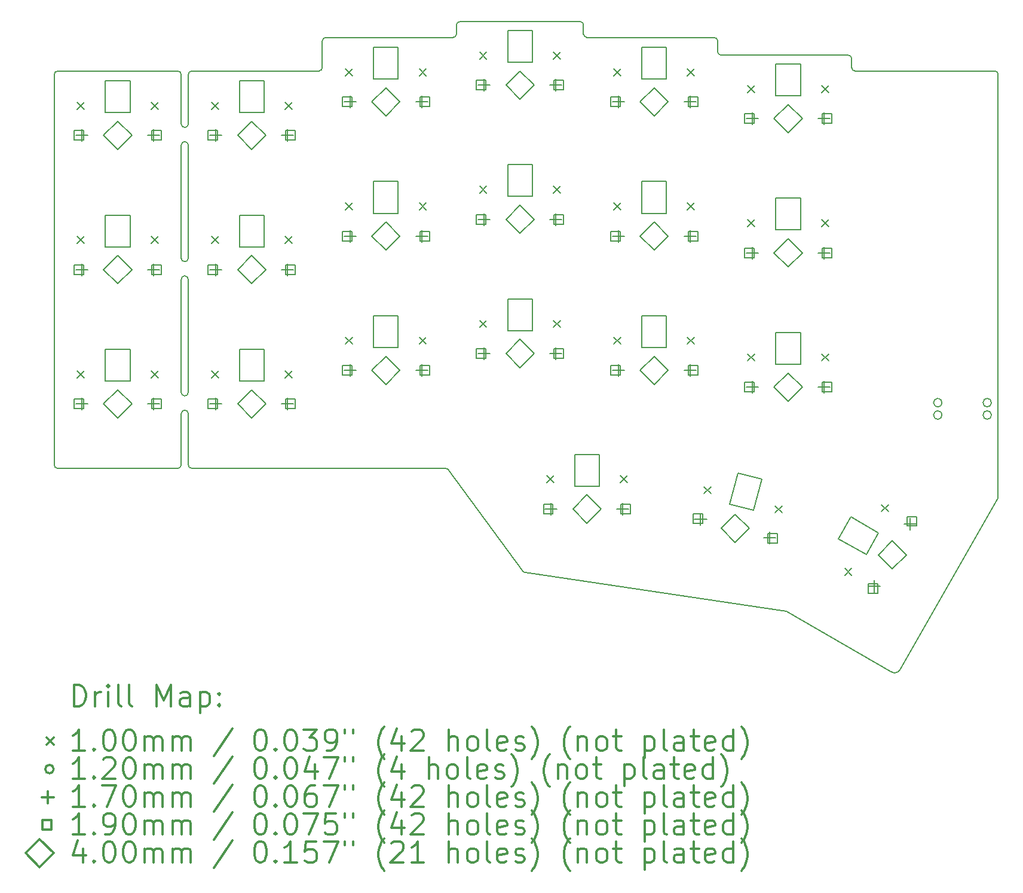
<source format=gbr>
%FSLAX45Y45*%
G04 Gerber Fmt 4.5, Leading zero omitted, Abs format (unit mm)*
G04 Created by KiCad (PCBNEW 5.1.5+dfsg1-2~bpo10+1) date 2020-09-05 13:32:18*
%MOMM*%
%LPD*%
G04 APERTURE LIST*
%TA.AperFunction,Profile*%
%ADD10C,0.150000*%
%TD*%
%ADD11C,0.200000*%
%ADD12C,0.300000*%
G04 APERTURE END LIST*
D10*
X17400000Y-6625000D02*
X17400000Y-6750000D01*
X17400000Y-6625000D02*
G75*
G03X17350000Y-6575000I-50000J0D01*
G01*
X17400000Y-6750000D02*
G75*
G03X17450000Y-6800000I50000J0D01*
G01*
X19425000Y-6800000D02*
X17450000Y-6800000D01*
X17957000Y-15303000D02*
G75*
G03X18080000Y-15280000I50000J73000D01*
G01*
X12739645Y-13885355D02*
G75*
G03X12775000Y-13900000I35355J35355D01*
G01*
X11685355Y-12439645D02*
G75*
G03X11650000Y-12425000I-35355J-35355D01*
G01*
X11685000Y-12440000D02*
X12740000Y-13885000D01*
X6100000Y-12375000D02*
G75*
G03X6150000Y-12425000I50000J0D01*
G01*
X6150000Y-6800000D02*
G75*
G03X6100000Y-6850000I0J-50000D01*
G01*
X7850000Y-12425000D02*
G75*
G03X7900000Y-12375000I0J50000D01*
G01*
X8000000Y-12375000D02*
G75*
G03X8050000Y-12425000I50000J0D01*
G01*
X7950000Y-11600000D02*
G75*
G03X7900000Y-11650000I0J-50000D01*
G01*
X8000000Y-11650000D02*
G75*
G03X7950000Y-11600000I-50000J0D01*
G01*
X7950000Y-11400000D02*
G75*
G03X8000000Y-11350000I0J50000D01*
G01*
X7900000Y-11350000D02*
G75*
G03X7950000Y-11400000I50000J0D01*
G01*
X7950000Y-9700000D02*
G75*
G03X7900000Y-9750000I0J-50000D01*
G01*
X8000000Y-9750000D02*
G75*
G03X7950000Y-9700000I-50000J0D01*
G01*
X7900000Y-9450000D02*
G75*
G03X7950000Y-9500000I50000J0D01*
G01*
X7950000Y-9500000D02*
G75*
G03X8000000Y-9450000I0J50000D01*
G01*
X7900000Y-6850000D02*
G75*
G03X7850000Y-6800000I-50000J0D01*
G01*
X8050000Y-6800000D02*
G75*
G03X8000000Y-6850000I0J-50000D01*
G01*
X8000000Y-7850000D02*
G75*
G03X7950000Y-7800000I-50000J0D01*
G01*
X7950000Y-7800000D02*
G75*
G03X7900000Y-7850000I0J-50000D01*
G01*
X7950000Y-7600000D02*
G75*
G03X8000000Y-7550000I0J50000D01*
G01*
X7900000Y-7550000D02*
G75*
G03X7950000Y-7600000I50000J0D01*
G01*
X9850000Y-6800000D02*
G75*
G03X9900000Y-6750000I0J50000D01*
G01*
X9950000Y-6325000D02*
G75*
G03X9900000Y-6375000I0J-50000D01*
G01*
X11750000Y-6325000D02*
G75*
G03X11800000Y-6275000I0J50000D01*
G01*
X11850000Y-6100000D02*
G75*
G03X11800000Y-6150000I0J-50000D01*
G01*
X13600000Y-6150000D02*
G75*
G03X13550000Y-6100000I-50000J0D01*
G01*
X13600000Y-6275000D02*
G75*
G03X13650000Y-6325000I50000J0D01*
G01*
X15500000Y-6375000D02*
G75*
G03X15450000Y-6325000I-50000J0D01*
G01*
X15500000Y-6525000D02*
G75*
G03X15550000Y-6575000I50000J0D01*
G01*
X19475000Y-6850000D02*
G75*
G03X19425000Y-6800000I-50000J0D01*
G01*
X18080000Y-15280000D02*
X19475000Y-12850000D01*
X16475000Y-14450000D02*
X17957000Y-15303000D01*
X12775000Y-13900000D02*
X16475000Y-14450000D01*
X13825000Y-12230000D02*
X13475000Y-12230000D01*
X19475000Y-6850000D02*
X19475000Y-12850000D01*
X7900000Y-12375000D02*
X7900000Y-11650000D01*
X11650000Y-12425000D02*
X8050000Y-12425000D01*
X8000000Y-11650000D02*
X8000000Y-12375000D01*
X7900000Y-11350000D02*
X7900000Y-9750000D01*
X8000000Y-9750000D02*
X8000000Y-11350000D01*
X8000000Y-9450000D02*
X8000000Y-7850000D01*
X7900000Y-7850000D02*
X7900000Y-9450000D01*
X7850000Y-6800000D02*
X6150000Y-6800000D01*
X8000000Y-7550000D02*
X8000000Y-6850000D01*
X7900000Y-6850000D02*
X7900000Y-7550000D01*
X17390000Y-13110000D02*
X17210000Y-13420000D01*
X17780000Y-13340000D02*
X17390000Y-13110000D01*
X17610000Y-13640000D02*
X17780000Y-13340000D01*
X17210000Y-13420000D02*
X17610000Y-13640000D01*
X16130000Y-12580000D02*
X15790000Y-12490000D01*
X16010000Y-13020000D02*
X16130000Y-12580000D01*
X15670000Y-12930000D02*
X16010000Y-13020000D01*
X15790000Y-12490000D02*
X15670000Y-12930000D01*
X13825000Y-12675000D02*
X13825000Y-12230000D01*
X13475000Y-12675000D02*
X13825000Y-12675000D01*
X13475000Y-12235000D02*
X13475000Y-12675000D01*
X16675000Y-10500000D02*
X16325000Y-10500000D01*
X16675000Y-10950000D02*
X16675000Y-10500000D01*
X16325000Y-10950000D02*
X16675000Y-10950000D01*
X16325000Y-10500000D02*
X16325000Y-10950000D01*
X14775000Y-10265000D02*
X14425000Y-10265000D01*
X14775000Y-10715000D02*
X14775000Y-10265000D01*
X14425000Y-10715000D02*
X14775000Y-10715000D01*
X14425000Y-10265000D02*
X14425000Y-10710000D01*
X12875000Y-10025000D02*
X12525000Y-10025000D01*
X12875000Y-10475000D02*
X12875000Y-10030000D01*
X12525000Y-10475000D02*
X12875000Y-10475000D01*
X12525000Y-10030000D02*
X12525000Y-10475000D01*
X10975000Y-10265000D02*
X10625000Y-10265000D01*
X10975000Y-10715000D02*
X10975000Y-10265000D01*
X10625000Y-10715000D02*
X10975000Y-10715000D01*
X10625000Y-10265000D02*
X10625000Y-10710000D01*
X16675000Y-8600000D02*
X16325000Y-8600000D01*
X16675000Y-9050000D02*
X16675000Y-8600000D01*
X16325000Y-9050000D02*
X16675000Y-9050000D01*
X16325000Y-8600000D02*
X16325000Y-9050000D01*
X14775000Y-8365000D02*
X14425000Y-8365000D01*
X14775000Y-8815000D02*
X14775000Y-8365000D01*
X14425000Y-8815000D02*
X14775000Y-8815000D01*
X14425000Y-8365000D02*
X14425000Y-8810000D01*
X12875000Y-8125000D02*
X12525000Y-8125000D01*
X12875000Y-8575000D02*
X12875000Y-8130000D01*
X12525000Y-8575000D02*
X12875000Y-8575000D01*
X12525000Y-8130000D02*
X12525000Y-8575000D01*
X10975000Y-8365000D02*
X10625000Y-8365000D01*
X10975000Y-8815000D02*
X10975000Y-8365000D01*
X10625000Y-8815000D02*
X10975000Y-8815000D01*
X10625000Y-8365000D02*
X10625000Y-8810000D01*
X16675000Y-6700000D02*
X16325000Y-6700000D01*
X16675000Y-7150000D02*
X16675000Y-6700000D01*
X16325000Y-7150000D02*
X16675000Y-7150000D01*
X16325000Y-6700000D02*
X16325000Y-7150000D01*
X14775000Y-6465000D02*
X14425000Y-6465000D01*
X14775000Y-6915000D02*
X14775000Y-6465000D01*
X14425000Y-6915000D02*
X14775000Y-6915000D01*
X14425000Y-6465000D02*
X14425000Y-6910000D01*
X12875000Y-6225000D02*
X12525000Y-6225000D01*
X12875000Y-6675000D02*
X12875000Y-6225000D01*
X12525000Y-6675000D02*
X12875000Y-6675000D01*
X12525000Y-6225000D02*
X12525000Y-6670000D01*
X10975000Y-6465000D02*
X10625000Y-6465000D01*
X10975000Y-6915000D02*
X10975000Y-6465000D01*
X10625000Y-6915000D02*
X10975000Y-6915000D01*
X10625000Y-6465000D02*
X10625000Y-6910000D01*
X9075000Y-10740000D02*
X8725000Y-10740000D01*
X9075000Y-11190000D02*
X9075000Y-10740000D01*
X8725000Y-11190000D02*
X9075000Y-11190000D01*
X8725000Y-10740000D02*
X8725000Y-11190000D01*
X7175000Y-10740000D02*
X6825000Y-10740000D01*
X7175000Y-11190000D02*
X7175000Y-10740000D01*
X6825000Y-11190000D02*
X7175000Y-11190000D01*
X6825000Y-10740000D02*
X6825000Y-11190000D01*
X9075000Y-8840000D02*
X8725000Y-8840000D01*
X9075000Y-9290000D02*
X9075000Y-8840000D01*
X8725000Y-9290000D02*
X9075000Y-9290000D01*
X8725000Y-8840000D02*
X8725000Y-9290000D01*
X7175000Y-8840000D02*
X6825000Y-8840000D01*
X7175000Y-9290000D02*
X7175000Y-8840000D01*
X6825000Y-9290000D02*
X7175000Y-9290000D01*
X6825000Y-8840000D02*
X6825000Y-9290000D01*
X9075000Y-6940000D02*
X8725000Y-6940000D01*
X9075000Y-7390000D02*
X9075000Y-6940000D01*
X8725000Y-7390000D02*
X9075000Y-7390000D01*
X8725000Y-6940000D02*
X8725000Y-7390000D01*
X7175000Y-6940000D02*
X6825000Y-6940000D01*
X7175000Y-7390000D02*
X7175000Y-6940000D01*
X6825000Y-7390000D02*
X7175000Y-7390000D01*
X6825000Y-6940000D02*
X6825000Y-7390000D01*
X6150000Y-12425000D02*
X7850000Y-12425000D01*
X6100000Y-6850000D02*
X6100000Y-12375000D01*
X9850000Y-6800000D02*
X8050000Y-6800000D01*
X9900000Y-6375000D02*
X9900000Y-6750000D01*
X11750000Y-6325000D02*
X9950000Y-6325000D01*
X11800000Y-6150000D02*
X11800000Y-6275000D01*
X13550000Y-6100000D02*
X11850000Y-6100000D01*
X13600000Y-6275000D02*
X13600000Y-6150000D01*
X15450000Y-6325000D02*
X13650000Y-6325000D01*
X15500000Y-6525000D02*
X15500000Y-6375000D01*
X17350000Y-6575000D02*
X15550000Y-6575000D01*
D11*
X10228000Y-6767500D02*
X10328000Y-6867500D01*
X10328000Y-6767500D02*
X10228000Y-6867500D01*
X11272000Y-6767500D02*
X11372000Y-6867500D01*
X11372000Y-6767500D02*
X11272000Y-6867500D01*
X10228000Y-10567500D02*
X10328000Y-10667500D01*
X10328000Y-10567500D02*
X10228000Y-10667500D01*
X11272000Y-10567500D02*
X11372000Y-10667500D01*
X11372000Y-10567500D02*
X11272000Y-10667500D01*
X14028000Y-6767500D02*
X14128000Y-6867500D01*
X14128000Y-6767500D02*
X14028000Y-6867500D01*
X15072000Y-6767500D02*
X15172000Y-6867500D01*
X15172000Y-6767500D02*
X15072000Y-6867500D01*
X15928000Y-10805000D02*
X16028000Y-10905000D01*
X16028000Y-10805000D02*
X15928000Y-10905000D01*
X16972000Y-10805000D02*
X17072000Y-10905000D01*
X17072000Y-10805000D02*
X16972000Y-10905000D01*
X8328000Y-9142500D02*
X8428000Y-9242500D01*
X8428000Y-9142500D02*
X8328000Y-9242500D01*
X9372000Y-9142500D02*
X9472000Y-9242500D01*
X9472000Y-9142500D02*
X9372000Y-9242500D01*
X8328000Y-11042500D02*
X8428000Y-11142500D01*
X8428000Y-11042500D02*
X8328000Y-11142500D01*
X9372000Y-11042500D02*
X9472000Y-11142500D01*
X9472000Y-11042500D02*
X9372000Y-11142500D01*
X12128000Y-8430000D02*
X12228000Y-8530000D01*
X12228000Y-8430000D02*
X12128000Y-8530000D01*
X13172000Y-8430000D02*
X13272000Y-8530000D01*
X13272000Y-8430000D02*
X13172000Y-8530000D01*
X17300269Y-13842065D02*
X17400269Y-13942065D01*
X17400269Y-13842065D02*
X17300269Y-13942065D01*
X17822269Y-12937935D02*
X17922269Y-13037935D01*
X17922269Y-12937935D02*
X17822269Y-13037935D01*
X6428000Y-11042500D02*
X6528000Y-11142500D01*
X6528000Y-11042500D02*
X6428000Y-11142500D01*
X7472000Y-11042500D02*
X7572000Y-11142500D01*
X7572000Y-11042500D02*
X7472000Y-11142500D01*
X15928000Y-7005000D02*
X16028000Y-7105000D01*
X16028000Y-7005000D02*
X15928000Y-7105000D01*
X16972000Y-7005000D02*
X17072000Y-7105000D01*
X17072000Y-7005000D02*
X16972000Y-7105000D01*
X12128000Y-10330000D02*
X12228000Y-10430000D01*
X12228000Y-10330000D02*
X12128000Y-10430000D01*
X13172000Y-10330000D02*
X13272000Y-10430000D01*
X13272000Y-10330000D02*
X13172000Y-10430000D01*
X12128000Y-6530000D02*
X12228000Y-6630000D01*
X12228000Y-6530000D02*
X12128000Y-6630000D01*
X13172000Y-6530000D02*
X13272000Y-6630000D01*
X13272000Y-6530000D02*
X13172000Y-6630000D01*
X8328000Y-7242500D02*
X8428000Y-7342500D01*
X8428000Y-7242500D02*
X8328000Y-7342500D01*
X9372000Y-7242500D02*
X9472000Y-7342500D01*
X9472000Y-7242500D02*
X9372000Y-7342500D01*
X15928000Y-8905000D02*
X16028000Y-9005000D01*
X16028000Y-8905000D02*
X15928000Y-9005000D01*
X16972000Y-8905000D02*
X17072000Y-9005000D01*
X17072000Y-8905000D02*
X16972000Y-9005000D01*
X14028000Y-10567500D02*
X14128000Y-10667500D01*
X14128000Y-10567500D02*
X14028000Y-10667500D01*
X15072000Y-10567500D02*
X15172000Y-10667500D01*
X15172000Y-10567500D02*
X15072000Y-10667500D01*
X15304491Y-12684208D02*
X15404491Y-12784208D01*
X15404491Y-12684208D02*
X15304491Y-12784208D01*
X16312917Y-12954415D02*
X16412917Y-13054415D01*
X16412917Y-12954415D02*
X16312917Y-13054415D01*
X6428000Y-9142500D02*
X6528000Y-9242500D01*
X6528000Y-9142500D02*
X6428000Y-9242500D01*
X7472000Y-9142500D02*
X7572000Y-9242500D01*
X7572000Y-9142500D02*
X7472000Y-9242500D01*
X10228000Y-8667500D02*
X10328000Y-8767500D01*
X10328000Y-8667500D02*
X10228000Y-8767500D01*
X11272000Y-8667500D02*
X11372000Y-8767500D01*
X11372000Y-8667500D02*
X11272000Y-8767500D01*
X14028000Y-8667500D02*
X14128000Y-8767500D01*
X14128000Y-8667500D02*
X14028000Y-8767500D01*
X15072000Y-8667500D02*
X15172000Y-8767500D01*
X15172000Y-8667500D02*
X15072000Y-8767500D01*
X6428000Y-7242500D02*
X6528000Y-7342500D01*
X6528000Y-7242500D02*
X6428000Y-7342500D01*
X7472000Y-7242500D02*
X7572000Y-7342500D01*
X7572000Y-7242500D02*
X7472000Y-7342500D01*
X13078000Y-12530000D02*
X13178000Y-12630000D01*
X13178000Y-12530000D02*
X13078000Y-12630000D01*
X14122000Y-12530000D02*
X14222000Y-12630000D01*
X14222000Y-12530000D02*
X14122000Y-12630000D01*
X18680000Y-11495000D02*
G75*
G03X18680000Y-11495000I-60000J0D01*
G01*
X18680000Y-11670000D02*
G75*
G03X18680000Y-11670000I-60000J0D01*
G01*
X19380000Y-11495000D02*
G75*
G03X19380000Y-11495000I-60000J0D01*
G01*
X19380000Y-11670000D02*
G75*
G03X19380000Y-11670000I-60000J0D01*
G01*
X10292000Y-7152500D02*
X10292000Y-7322500D01*
X10207000Y-7237500D02*
X10377000Y-7237500D01*
X11308000Y-7152500D02*
X11308000Y-7322500D01*
X11223000Y-7237500D02*
X11393000Y-7237500D01*
X10292000Y-10952500D02*
X10292000Y-11122500D01*
X10207000Y-11037500D02*
X10377000Y-11037500D01*
X11308000Y-10952500D02*
X11308000Y-11122500D01*
X11223000Y-11037500D02*
X11393000Y-11037500D01*
X14092000Y-7152500D02*
X14092000Y-7322500D01*
X14007000Y-7237500D02*
X14177000Y-7237500D01*
X15108000Y-7152500D02*
X15108000Y-7322500D01*
X15023000Y-7237500D02*
X15193000Y-7237500D01*
X15992000Y-11190000D02*
X15992000Y-11360000D01*
X15907000Y-11275000D02*
X16077000Y-11275000D01*
X17008000Y-11190000D02*
X17008000Y-11360000D01*
X16923000Y-11275000D02*
X17093000Y-11275000D01*
X8392000Y-9527500D02*
X8392000Y-9697500D01*
X8307000Y-9612500D02*
X8477000Y-9612500D01*
X9408000Y-9527500D02*
X9408000Y-9697500D01*
X9323000Y-9612500D02*
X9493000Y-9612500D01*
X8392000Y-11427500D02*
X8392000Y-11597500D01*
X8307000Y-11512500D02*
X8477000Y-11512500D01*
X9408000Y-11427500D02*
X9408000Y-11597500D01*
X9323000Y-11512500D02*
X9493000Y-11512500D01*
X12192000Y-8815000D02*
X12192000Y-8985000D01*
X12107000Y-8900000D02*
X12277000Y-8900000D01*
X13208000Y-8815000D02*
X13208000Y-8985000D01*
X13123000Y-8900000D02*
X13293000Y-8900000D01*
X17721000Y-14004941D02*
X17721000Y-14174941D01*
X17636000Y-14089941D02*
X17806000Y-14089941D01*
X18229000Y-13125059D02*
X18229000Y-13295059D01*
X18144000Y-13210059D02*
X18314000Y-13210059D01*
X6492000Y-11427500D02*
X6492000Y-11597500D01*
X6407000Y-11512500D02*
X6577000Y-11512500D01*
X7508000Y-11427500D02*
X7508000Y-11597500D01*
X7423000Y-11512500D02*
X7593000Y-11512500D01*
X15992000Y-7390000D02*
X15992000Y-7560000D01*
X15907000Y-7475000D02*
X16077000Y-7475000D01*
X17008000Y-7390000D02*
X17008000Y-7560000D01*
X16923000Y-7475000D02*
X17093000Y-7475000D01*
X12192000Y-10715000D02*
X12192000Y-10885000D01*
X12107000Y-10800000D02*
X12277000Y-10800000D01*
X13208000Y-10715000D02*
X13208000Y-10885000D01*
X13123000Y-10800000D02*
X13293000Y-10800000D01*
X12192000Y-6915000D02*
X12192000Y-7085000D01*
X12107000Y-7000000D02*
X12277000Y-7000000D01*
X13208000Y-6915000D02*
X13208000Y-7085000D01*
X13123000Y-7000000D02*
X13293000Y-7000000D01*
X8392000Y-7627500D02*
X8392000Y-7797500D01*
X8307000Y-7712500D02*
X8477000Y-7712500D01*
X9408000Y-7627500D02*
X9408000Y-7797500D01*
X9323000Y-7712500D02*
X9493000Y-7712500D01*
X15992000Y-9290000D02*
X15992000Y-9460000D01*
X15907000Y-9375000D02*
X16077000Y-9375000D01*
X17008000Y-9290000D02*
X17008000Y-9460000D01*
X16923000Y-9375000D02*
X17093000Y-9375000D01*
X14092000Y-10952500D02*
X14092000Y-11122500D01*
X14007000Y-11037500D02*
X14177000Y-11037500D01*
X15108000Y-10952500D02*
X15108000Y-11122500D01*
X15023000Y-11037500D02*
X15193000Y-11037500D01*
X15259310Y-13058520D02*
X15259310Y-13228520D01*
X15174310Y-13143520D02*
X15344310Y-13143520D01*
X16240690Y-13321480D02*
X16240690Y-13491480D01*
X16155690Y-13406480D02*
X16325690Y-13406480D01*
X6492000Y-9527500D02*
X6492000Y-9697500D01*
X6407000Y-9612500D02*
X6577000Y-9612500D01*
X7508000Y-9527500D02*
X7508000Y-9697500D01*
X7423000Y-9612500D02*
X7593000Y-9612500D01*
X10292000Y-9052500D02*
X10292000Y-9222500D01*
X10207000Y-9137500D02*
X10377000Y-9137500D01*
X11308000Y-9052500D02*
X11308000Y-9222500D01*
X11223000Y-9137500D02*
X11393000Y-9137500D01*
X14092000Y-9052500D02*
X14092000Y-9222500D01*
X14007000Y-9137500D02*
X14177000Y-9137500D01*
X15108000Y-9052500D02*
X15108000Y-9222500D01*
X15023000Y-9137500D02*
X15193000Y-9137500D01*
X6492000Y-7627500D02*
X6492000Y-7797500D01*
X6407000Y-7712500D02*
X6577000Y-7712500D01*
X7508000Y-7627500D02*
X7508000Y-7797500D01*
X7423000Y-7712500D02*
X7593000Y-7712500D01*
X13142000Y-12915000D02*
X13142000Y-13085000D01*
X13057000Y-13000000D02*
X13227000Y-13000000D01*
X14158000Y-12915000D02*
X14158000Y-13085000D01*
X14073000Y-13000000D02*
X14243000Y-13000000D01*
X14117176Y-11104676D02*
X14117176Y-10970324D01*
X13982824Y-10970324D01*
X13982824Y-11104676D01*
X14117176Y-11104676D01*
X15217176Y-11104676D02*
X15217176Y-10970324D01*
X15082824Y-10970324D01*
X15082824Y-11104676D01*
X15217176Y-11104676D01*
X15285917Y-13199825D02*
X15285917Y-13065474D01*
X15151565Y-13065474D01*
X15151565Y-13199825D01*
X15285917Y-13199825D01*
X16348435Y-13484526D02*
X16348435Y-13350175D01*
X16214083Y-13350175D01*
X16214083Y-13484526D01*
X16348435Y-13484526D01*
X6517176Y-9679676D02*
X6517176Y-9545324D01*
X6382824Y-9545324D01*
X6382824Y-9679676D01*
X6517176Y-9679676D01*
X7617176Y-9679676D02*
X7617176Y-9545324D01*
X7482824Y-9545324D01*
X7482824Y-9679676D01*
X7617176Y-9679676D01*
X10317176Y-9204676D02*
X10317176Y-9070324D01*
X10182824Y-9070324D01*
X10182824Y-9204676D01*
X10317176Y-9204676D01*
X11417176Y-9204676D02*
X11417176Y-9070324D01*
X11282824Y-9070324D01*
X11282824Y-9204676D01*
X11417176Y-9204676D01*
X14117176Y-9204676D02*
X14117176Y-9070324D01*
X13982824Y-9070324D01*
X13982824Y-9204676D01*
X14117176Y-9204676D01*
X15217176Y-9204676D02*
X15217176Y-9070324D01*
X15082824Y-9070324D01*
X15082824Y-9204676D01*
X15217176Y-9204676D01*
X6517176Y-7779676D02*
X6517176Y-7645324D01*
X6382824Y-7645324D01*
X6382824Y-7779676D01*
X6517176Y-7779676D01*
X7617176Y-7779676D02*
X7617176Y-7645324D01*
X7482824Y-7645324D01*
X7482824Y-7779676D01*
X7617176Y-7779676D01*
X13167176Y-13067176D02*
X13167176Y-12932824D01*
X13032824Y-12932824D01*
X13032824Y-13067176D01*
X13167176Y-13067176D01*
X14267176Y-13067176D02*
X14267176Y-12932824D01*
X14132824Y-12932824D01*
X14132824Y-13067176D01*
X14267176Y-13067176D01*
X10317176Y-7304676D02*
X10317176Y-7170324D01*
X10182824Y-7170324D01*
X10182824Y-7304676D01*
X10317176Y-7304676D01*
X11417176Y-7304676D02*
X11417176Y-7170324D01*
X11282824Y-7170324D01*
X11282824Y-7304676D01*
X11417176Y-7304676D01*
X10317176Y-11104676D02*
X10317176Y-10970324D01*
X10182824Y-10970324D01*
X10182824Y-11104676D01*
X10317176Y-11104676D01*
X11417176Y-11104676D02*
X11417176Y-10970324D01*
X11282824Y-10970324D01*
X11282824Y-11104676D01*
X11417176Y-11104676D01*
X14117176Y-7304676D02*
X14117176Y-7170324D01*
X13982824Y-7170324D01*
X13982824Y-7304676D01*
X14117176Y-7304676D01*
X15217176Y-7304676D02*
X15217176Y-7170324D01*
X15082824Y-7170324D01*
X15082824Y-7304676D01*
X15217176Y-7304676D01*
X16017176Y-11342176D02*
X16017176Y-11207824D01*
X15882824Y-11207824D01*
X15882824Y-11342176D01*
X16017176Y-11342176D01*
X17117176Y-11342176D02*
X17117176Y-11207824D01*
X16982824Y-11207824D01*
X16982824Y-11342176D01*
X17117176Y-11342176D01*
X8417176Y-9679676D02*
X8417176Y-9545324D01*
X8282824Y-9545324D01*
X8282824Y-9679676D01*
X8417176Y-9679676D01*
X9517176Y-9679676D02*
X9517176Y-9545324D01*
X9382824Y-9545324D01*
X9382824Y-9679676D01*
X9517176Y-9679676D01*
X8417176Y-11579676D02*
X8417176Y-11445324D01*
X8282824Y-11445324D01*
X8282824Y-11579676D01*
X8417176Y-11579676D01*
X9517176Y-11579676D02*
X9517176Y-11445324D01*
X9382824Y-11445324D01*
X9382824Y-11579676D01*
X9517176Y-11579676D01*
X12217176Y-8967176D02*
X12217176Y-8832824D01*
X12082824Y-8832824D01*
X12082824Y-8967176D01*
X12217176Y-8967176D01*
X13317176Y-8967176D02*
X13317176Y-8832824D01*
X13182824Y-8832824D01*
X13182824Y-8967176D01*
X13317176Y-8967176D01*
X17767176Y-14193490D02*
X17767176Y-14059138D01*
X17632824Y-14059138D01*
X17632824Y-14193490D01*
X17767176Y-14193490D01*
X18317176Y-13240862D02*
X18317176Y-13106510D01*
X18182824Y-13106510D01*
X18182824Y-13240862D01*
X18317176Y-13240862D01*
X6517176Y-11579676D02*
X6517176Y-11445324D01*
X6382824Y-11445324D01*
X6382824Y-11579676D01*
X6517176Y-11579676D01*
X7617176Y-11579676D02*
X7617176Y-11445324D01*
X7482824Y-11445324D01*
X7482824Y-11579676D01*
X7617176Y-11579676D01*
X16017176Y-7542176D02*
X16017176Y-7407824D01*
X15882824Y-7407824D01*
X15882824Y-7542176D01*
X16017176Y-7542176D01*
X17117176Y-7542176D02*
X17117176Y-7407824D01*
X16982824Y-7407824D01*
X16982824Y-7542176D01*
X17117176Y-7542176D01*
X12217176Y-10867176D02*
X12217176Y-10732824D01*
X12082824Y-10732824D01*
X12082824Y-10867176D01*
X12217176Y-10867176D01*
X13317176Y-10867176D02*
X13317176Y-10732824D01*
X13182824Y-10732824D01*
X13182824Y-10867176D01*
X13317176Y-10867176D01*
X12217176Y-7067176D02*
X12217176Y-6932824D01*
X12082824Y-6932824D01*
X12082824Y-7067176D01*
X12217176Y-7067176D01*
X13317176Y-7067176D02*
X13317176Y-6932824D01*
X13182824Y-6932824D01*
X13182824Y-7067176D01*
X13317176Y-7067176D01*
X8417176Y-7779676D02*
X8417176Y-7645324D01*
X8282824Y-7645324D01*
X8282824Y-7779676D01*
X8417176Y-7779676D01*
X9517176Y-7779676D02*
X9517176Y-7645324D01*
X9382824Y-7645324D01*
X9382824Y-7779676D01*
X9517176Y-7779676D01*
X16017176Y-9442176D02*
X16017176Y-9307824D01*
X15882824Y-9307824D01*
X15882824Y-9442176D01*
X16017176Y-9442176D01*
X17117176Y-9442176D02*
X17117176Y-9307824D01*
X16982824Y-9307824D01*
X16982824Y-9442176D01*
X17117176Y-9442176D01*
X14600000Y-11237500D02*
X14800000Y-11037500D01*
X14600000Y-10837500D01*
X14400000Y-11037500D01*
X14600000Y-11237500D01*
X15750000Y-13475000D02*
X15950000Y-13275000D01*
X15750000Y-13075000D01*
X15550000Y-13275000D01*
X15750000Y-13475000D01*
X7000000Y-9812500D02*
X7200000Y-9612500D01*
X7000000Y-9412500D01*
X6800000Y-9612500D01*
X7000000Y-9812500D01*
X10800000Y-9337500D02*
X11000000Y-9137500D01*
X10800000Y-8937500D01*
X10600000Y-9137500D01*
X10800000Y-9337500D01*
X14600000Y-9337500D02*
X14800000Y-9137500D01*
X14600000Y-8937500D01*
X14400000Y-9137500D01*
X14600000Y-9337500D01*
X7000000Y-7912500D02*
X7200000Y-7712500D01*
X7000000Y-7512500D01*
X6800000Y-7712500D01*
X7000000Y-7912500D01*
X13650000Y-13200000D02*
X13850000Y-13000000D01*
X13650000Y-12800000D01*
X13450000Y-13000000D01*
X13650000Y-13200000D01*
X10800000Y-7437500D02*
X11000000Y-7237500D01*
X10800000Y-7037500D01*
X10600000Y-7237500D01*
X10800000Y-7437500D01*
X10800000Y-11237500D02*
X11000000Y-11037500D01*
X10800000Y-10837500D01*
X10600000Y-11037500D01*
X10800000Y-11237500D01*
X14600000Y-7437500D02*
X14800000Y-7237500D01*
X14600000Y-7037500D01*
X14400000Y-7237500D01*
X14600000Y-7437500D01*
X16500000Y-11475000D02*
X16700000Y-11275000D01*
X16500000Y-11075000D01*
X16300000Y-11275000D01*
X16500000Y-11475000D01*
X8900000Y-9812500D02*
X9100000Y-9612500D01*
X8900000Y-9412500D01*
X8700000Y-9612500D01*
X8900000Y-9812500D01*
X8900000Y-11712500D02*
X9100000Y-11512500D01*
X8900000Y-11312500D01*
X8700000Y-11512500D01*
X8900000Y-11712500D01*
X12700000Y-9100000D02*
X12900000Y-8900000D01*
X12700000Y-8700000D01*
X12500000Y-8900000D01*
X12700000Y-9100000D01*
X17975000Y-13850000D02*
X18175000Y-13650000D01*
X17975000Y-13450000D01*
X17775000Y-13650000D01*
X17975000Y-13850000D01*
X7000000Y-11712500D02*
X7200000Y-11512500D01*
X7000000Y-11312500D01*
X6800000Y-11512500D01*
X7000000Y-11712500D01*
X16500000Y-7675000D02*
X16700000Y-7475000D01*
X16500000Y-7275000D01*
X16300000Y-7475000D01*
X16500000Y-7675000D01*
X12700000Y-11000000D02*
X12900000Y-10800000D01*
X12700000Y-10600000D01*
X12500000Y-10800000D01*
X12700000Y-11000000D01*
X12700000Y-7200000D02*
X12900000Y-7000000D01*
X12700000Y-6800000D01*
X12500000Y-7000000D01*
X12700000Y-7200000D01*
X8900000Y-7912500D02*
X9100000Y-7712500D01*
X8900000Y-7512500D01*
X8700000Y-7712500D01*
X8900000Y-7912500D01*
X16500000Y-9575000D02*
X16700000Y-9375000D01*
X16500000Y-9175000D01*
X16300000Y-9375000D01*
X16500000Y-9575000D01*
D12*
X6378928Y-15791696D02*
X6378928Y-15491696D01*
X6450357Y-15491696D01*
X6493214Y-15505982D01*
X6521786Y-15534553D01*
X6536071Y-15563124D01*
X6550357Y-15620267D01*
X6550357Y-15663124D01*
X6536071Y-15720267D01*
X6521786Y-15748839D01*
X6493214Y-15777410D01*
X6450357Y-15791696D01*
X6378928Y-15791696D01*
X6678928Y-15791696D02*
X6678928Y-15591696D01*
X6678928Y-15648839D02*
X6693214Y-15620267D01*
X6707500Y-15605982D01*
X6736071Y-15591696D01*
X6764643Y-15591696D01*
X6864643Y-15791696D02*
X6864643Y-15591696D01*
X6864643Y-15491696D02*
X6850357Y-15505982D01*
X6864643Y-15520267D01*
X6878928Y-15505982D01*
X6864643Y-15491696D01*
X6864643Y-15520267D01*
X7050357Y-15791696D02*
X7021786Y-15777410D01*
X7007500Y-15748839D01*
X7007500Y-15491696D01*
X7207500Y-15791696D02*
X7178928Y-15777410D01*
X7164643Y-15748839D01*
X7164643Y-15491696D01*
X7550357Y-15791696D02*
X7550357Y-15491696D01*
X7650357Y-15705982D01*
X7750357Y-15491696D01*
X7750357Y-15791696D01*
X8021786Y-15791696D02*
X8021786Y-15634553D01*
X8007500Y-15605982D01*
X7978928Y-15591696D01*
X7921786Y-15591696D01*
X7893214Y-15605982D01*
X8021786Y-15777410D02*
X7993214Y-15791696D01*
X7921786Y-15791696D01*
X7893214Y-15777410D01*
X7878928Y-15748839D01*
X7878928Y-15720267D01*
X7893214Y-15691696D01*
X7921786Y-15677410D01*
X7993214Y-15677410D01*
X8021786Y-15663124D01*
X8164643Y-15591696D02*
X8164643Y-15891696D01*
X8164643Y-15605982D02*
X8193214Y-15591696D01*
X8250357Y-15591696D01*
X8278928Y-15605982D01*
X8293214Y-15620267D01*
X8307500Y-15648839D01*
X8307500Y-15734553D01*
X8293214Y-15763124D01*
X8278928Y-15777410D01*
X8250357Y-15791696D01*
X8193214Y-15791696D01*
X8164643Y-15777410D01*
X8436071Y-15763124D02*
X8450357Y-15777410D01*
X8436071Y-15791696D01*
X8421786Y-15777410D01*
X8436071Y-15763124D01*
X8436071Y-15791696D01*
X8436071Y-15605982D02*
X8450357Y-15620267D01*
X8436071Y-15634553D01*
X8421786Y-15620267D01*
X8436071Y-15605982D01*
X8436071Y-15634553D01*
X5992500Y-16235982D02*
X6092500Y-16335982D01*
X6092500Y-16235982D02*
X5992500Y-16335982D01*
X6536071Y-16421696D02*
X6364643Y-16421696D01*
X6450357Y-16421696D02*
X6450357Y-16121696D01*
X6421786Y-16164553D01*
X6393214Y-16193124D01*
X6364643Y-16207410D01*
X6664643Y-16393124D02*
X6678928Y-16407410D01*
X6664643Y-16421696D01*
X6650357Y-16407410D01*
X6664643Y-16393124D01*
X6664643Y-16421696D01*
X6864643Y-16121696D02*
X6893214Y-16121696D01*
X6921786Y-16135982D01*
X6936071Y-16150267D01*
X6950357Y-16178839D01*
X6964643Y-16235982D01*
X6964643Y-16307410D01*
X6950357Y-16364553D01*
X6936071Y-16393124D01*
X6921786Y-16407410D01*
X6893214Y-16421696D01*
X6864643Y-16421696D01*
X6836071Y-16407410D01*
X6821786Y-16393124D01*
X6807500Y-16364553D01*
X6793214Y-16307410D01*
X6793214Y-16235982D01*
X6807500Y-16178839D01*
X6821786Y-16150267D01*
X6836071Y-16135982D01*
X6864643Y-16121696D01*
X7150357Y-16121696D02*
X7178928Y-16121696D01*
X7207500Y-16135982D01*
X7221786Y-16150267D01*
X7236071Y-16178839D01*
X7250357Y-16235982D01*
X7250357Y-16307410D01*
X7236071Y-16364553D01*
X7221786Y-16393124D01*
X7207500Y-16407410D01*
X7178928Y-16421696D01*
X7150357Y-16421696D01*
X7121786Y-16407410D01*
X7107500Y-16393124D01*
X7093214Y-16364553D01*
X7078928Y-16307410D01*
X7078928Y-16235982D01*
X7093214Y-16178839D01*
X7107500Y-16150267D01*
X7121786Y-16135982D01*
X7150357Y-16121696D01*
X7378928Y-16421696D02*
X7378928Y-16221696D01*
X7378928Y-16250267D02*
X7393214Y-16235982D01*
X7421786Y-16221696D01*
X7464643Y-16221696D01*
X7493214Y-16235982D01*
X7507500Y-16264553D01*
X7507500Y-16421696D01*
X7507500Y-16264553D02*
X7521786Y-16235982D01*
X7550357Y-16221696D01*
X7593214Y-16221696D01*
X7621786Y-16235982D01*
X7636071Y-16264553D01*
X7636071Y-16421696D01*
X7778928Y-16421696D02*
X7778928Y-16221696D01*
X7778928Y-16250267D02*
X7793214Y-16235982D01*
X7821786Y-16221696D01*
X7864643Y-16221696D01*
X7893214Y-16235982D01*
X7907500Y-16264553D01*
X7907500Y-16421696D01*
X7907500Y-16264553D02*
X7921786Y-16235982D01*
X7950357Y-16221696D01*
X7993214Y-16221696D01*
X8021786Y-16235982D01*
X8036071Y-16264553D01*
X8036071Y-16421696D01*
X8621786Y-16107410D02*
X8364643Y-16493124D01*
X9007500Y-16121696D02*
X9036071Y-16121696D01*
X9064643Y-16135982D01*
X9078928Y-16150267D01*
X9093214Y-16178839D01*
X9107500Y-16235982D01*
X9107500Y-16307410D01*
X9093214Y-16364553D01*
X9078928Y-16393124D01*
X9064643Y-16407410D01*
X9036071Y-16421696D01*
X9007500Y-16421696D01*
X8978928Y-16407410D01*
X8964643Y-16393124D01*
X8950357Y-16364553D01*
X8936071Y-16307410D01*
X8936071Y-16235982D01*
X8950357Y-16178839D01*
X8964643Y-16150267D01*
X8978928Y-16135982D01*
X9007500Y-16121696D01*
X9236071Y-16393124D02*
X9250357Y-16407410D01*
X9236071Y-16421696D01*
X9221786Y-16407410D01*
X9236071Y-16393124D01*
X9236071Y-16421696D01*
X9436071Y-16121696D02*
X9464643Y-16121696D01*
X9493214Y-16135982D01*
X9507500Y-16150267D01*
X9521786Y-16178839D01*
X9536071Y-16235982D01*
X9536071Y-16307410D01*
X9521786Y-16364553D01*
X9507500Y-16393124D01*
X9493214Y-16407410D01*
X9464643Y-16421696D01*
X9436071Y-16421696D01*
X9407500Y-16407410D01*
X9393214Y-16393124D01*
X9378928Y-16364553D01*
X9364643Y-16307410D01*
X9364643Y-16235982D01*
X9378928Y-16178839D01*
X9393214Y-16150267D01*
X9407500Y-16135982D01*
X9436071Y-16121696D01*
X9636071Y-16121696D02*
X9821786Y-16121696D01*
X9721786Y-16235982D01*
X9764643Y-16235982D01*
X9793214Y-16250267D01*
X9807500Y-16264553D01*
X9821786Y-16293124D01*
X9821786Y-16364553D01*
X9807500Y-16393124D01*
X9793214Y-16407410D01*
X9764643Y-16421696D01*
X9678928Y-16421696D01*
X9650357Y-16407410D01*
X9636071Y-16393124D01*
X9964643Y-16421696D02*
X10021786Y-16421696D01*
X10050357Y-16407410D01*
X10064643Y-16393124D01*
X10093214Y-16350267D01*
X10107500Y-16293124D01*
X10107500Y-16178839D01*
X10093214Y-16150267D01*
X10078928Y-16135982D01*
X10050357Y-16121696D01*
X9993214Y-16121696D01*
X9964643Y-16135982D01*
X9950357Y-16150267D01*
X9936071Y-16178839D01*
X9936071Y-16250267D01*
X9950357Y-16278839D01*
X9964643Y-16293124D01*
X9993214Y-16307410D01*
X10050357Y-16307410D01*
X10078928Y-16293124D01*
X10093214Y-16278839D01*
X10107500Y-16250267D01*
X10221786Y-16121696D02*
X10221786Y-16178839D01*
X10336071Y-16121696D02*
X10336071Y-16178839D01*
X10778928Y-16535982D02*
X10764643Y-16521696D01*
X10736071Y-16478839D01*
X10721786Y-16450267D01*
X10707500Y-16407410D01*
X10693214Y-16335982D01*
X10693214Y-16278839D01*
X10707500Y-16207410D01*
X10721786Y-16164553D01*
X10736071Y-16135982D01*
X10764643Y-16093124D01*
X10778928Y-16078839D01*
X11021786Y-16221696D02*
X11021786Y-16421696D01*
X10950357Y-16107410D02*
X10878928Y-16321696D01*
X11064643Y-16321696D01*
X11164643Y-16150267D02*
X11178928Y-16135982D01*
X11207500Y-16121696D01*
X11278928Y-16121696D01*
X11307500Y-16135982D01*
X11321786Y-16150267D01*
X11336071Y-16178839D01*
X11336071Y-16207410D01*
X11321786Y-16250267D01*
X11150357Y-16421696D01*
X11336071Y-16421696D01*
X11693214Y-16421696D02*
X11693214Y-16121696D01*
X11821786Y-16421696D02*
X11821786Y-16264553D01*
X11807500Y-16235982D01*
X11778928Y-16221696D01*
X11736071Y-16221696D01*
X11707500Y-16235982D01*
X11693214Y-16250267D01*
X12007500Y-16421696D02*
X11978928Y-16407410D01*
X11964643Y-16393124D01*
X11950357Y-16364553D01*
X11950357Y-16278839D01*
X11964643Y-16250267D01*
X11978928Y-16235982D01*
X12007500Y-16221696D01*
X12050357Y-16221696D01*
X12078928Y-16235982D01*
X12093214Y-16250267D01*
X12107500Y-16278839D01*
X12107500Y-16364553D01*
X12093214Y-16393124D01*
X12078928Y-16407410D01*
X12050357Y-16421696D01*
X12007500Y-16421696D01*
X12278928Y-16421696D02*
X12250357Y-16407410D01*
X12236071Y-16378839D01*
X12236071Y-16121696D01*
X12507500Y-16407410D02*
X12478928Y-16421696D01*
X12421786Y-16421696D01*
X12393214Y-16407410D01*
X12378928Y-16378839D01*
X12378928Y-16264553D01*
X12393214Y-16235982D01*
X12421786Y-16221696D01*
X12478928Y-16221696D01*
X12507500Y-16235982D01*
X12521786Y-16264553D01*
X12521786Y-16293124D01*
X12378928Y-16321696D01*
X12636071Y-16407410D02*
X12664643Y-16421696D01*
X12721786Y-16421696D01*
X12750357Y-16407410D01*
X12764643Y-16378839D01*
X12764643Y-16364553D01*
X12750357Y-16335982D01*
X12721786Y-16321696D01*
X12678928Y-16321696D01*
X12650357Y-16307410D01*
X12636071Y-16278839D01*
X12636071Y-16264553D01*
X12650357Y-16235982D01*
X12678928Y-16221696D01*
X12721786Y-16221696D01*
X12750357Y-16235982D01*
X12864643Y-16535982D02*
X12878928Y-16521696D01*
X12907500Y-16478839D01*
X12921786Y-16450267D01*
X12936071Y-16407410D01*
X12950357Y-16335982D01*
X12950357Y-16278839D01*
X12936071Y-16207410D01*
X12921786Y-16164553D01*
X12907500Y-16135982D01*
X12878928Y-16093124D01*
X12864643Y-16078839D01*
X13407500Y-16535982D02*
X13393214Y-16521696D01*
X13364643Y-16478839D01*
X13350357Y-16450267D01*
X13336071Y-16407410D01*
X13321786Y-16335982D01*
X13321786Y-16278839D01*
X13336071Y-16207410D01*
X13350357Y-16164553D01*
X13364643Y-16135982D01*
X13393214Y-16093124D01*
X13407500Y-16078839D01*
X13521786Y-16221696D02*
X13521786Y-16421696D01*
X13521786Y-16250267D02*
X13536071Y-16235982D01*
X13564643Y-16221696D01*
X13607500Y-16221696D01*
X13636071Y-16235982D01*
X13650357Y-16264553D01*
X13650357Y-16421696D01*
X13836071Y-16421696D02*
X13807500Y-16407410D01*
X13793214Y-16393124D01*
X13778928Y-16364553D01*
X13778928Y-16278839D01*
X13793214Y-16250267D01*
X13807500Y-16235982D01*
X13836071Y-16221696D01*
X13878928Y-16221696D01*
X13907500Y-16235982D01*
X13921786Y-16250267D01*
X13936071Y-16278839D01*
X13936071Y-16364553D01*
X13921786Y-16393124D01*
X13907500Y-16407410D01*
X13878928Y-16421696D01*
X13836071Y-16421696D01*
X14021786Y-16221696D02*
X14136071Y-16221696D01*
X14064643Y-16121696D02*
X14064643Y-16378839D01*
X14078928Y-16407410D01*
X14107500Y-16421696D01*
X14136071Y-16421696D01*
X14464643Y-16221696D02*
X14464643Y-16521696D01*
X14464643Y-16235982D02*
X14493214Y-16221696D01*
X14550357Y-16221696D01*
X14578928Y-16235982D01*
X14593214Y-16250267D01*
X14607500Y-16278839D01*
X14607500Y-16364553D01*
X14593214Y-16393124D01*
X14578928Y-16407410D01*
X14550357Y-16421696D01*
X14493214Y-16421696D01*
X14464643Y-16407410D01*
X14778928Y-16421696D02*
X14750357Y-16407410D01*
X14736071Y-16378839D01*
X14736071Y-16121696D01*
X15021786Y-16421696D02*
X15021786Y-16264553D01*
X15007500Y-16235982D01*
X14978928Y-16221696D01*
X14921786Y-16221696D01*
X14893214Y-16235982D01*
X15021786Y-16407410D02*
X14993214Y-16421696D01*
X14921786Y-16421696D01*
X14893214Y-16407410D01*
X14878928Y-16378839D01*
X14878928Y-16350267D01*
X14893214Y-16321696D01*
X14921786Y-16307410D01*
X14993214Y-16307410D01*
X15021786Y-16293124D01*
X15121786Y-16221696D02*
X15236071Y-16221696D01*
X15164643Y-16121696D02*
X15164643Y-16378839D01*
X15178928Y-16407410D01*
X15207500Y-16421696D01*
X15236071Y-16421696D01*
X15450357Y-16407410D02*
X15421786Y-16421696D01*
X15364643Y-16421696D01*
X15336071Y-16407410D01*
X15321786Y-16378839D01*
X15321786Y-16264553D01*
X15336071Y-16235982D01*
X15364643Y-16221696D01*
X15421786Y-16221696D01*
X15450357Y-16235982D01*
X15464643Y-16264553D01*
X15464643Y-16293124D01*
X15321786Y-16321696D01*
X15721786Y-16421696D02*
X15721786Y-16121696D01*
X15721786Y-16407410D02*
X15693214Y-16421696D01*
X15636071Y-16421696D01*
X15607500Y-16407410D01*
X15593214Y-16393124D01*
X15578928Y-16364553D01*
X15578928Y-16278839D01*
X15593214Y-16250267D01*
X15607500Y-16235982D01*
X15636071Y-16221696D01*
X15693214Y-16221696D01*
X15721786Y-16235982D01*
X15836071Y-16535982D02*
X15850357Y-16521696D01*
X15878928Y-16478839D01*
X15893214Y-16450267D01*
X15907500Y-16407410D01*
X15921786Y-16335982D01*
X15921786Y-16278839D01*
X15907500Y-16207410D01*
X15893214Y-16164553D01*
X15878928Y-16135982D01*
X15850357Y-16093124D01*
X15836071Y-16078839D01*
X6092500Y-16681982D02*
G75*
G03X6092500Y-16681982I-60000J0D01*
G01*
X6536071Y-16817696D02*
X6364643Y-16817696D01*
X6450357Y-16817696D02*
X6450357Y-16517696D01*
X6421786Y-16560553D01*
X6393214Y-16589124D01*
X6364643Y-16603410D01*
X6664643Y-16789125D02*
X6678928Y-16803410D01*
X6664643Y-16817696D01*
X6650357Y-16803410D01*
X6664643Y-16789125D01*
X6664643Y-16817696D01*
X6793214Y-16546267D02*
X6807500Y-16531982D01*
X6836071Y-16517696D01*
X6907500Y-16517696D01*
X6936071Y-16531982D01*
X6950357Y-16546267D01*
X6964643Y-16574839D01*
X6964643Y-16603410D01*
X6950357Y-16646267D01*
X6778928Y-16817696D01*
X6964643Y-16817696D01*
X7150357Y-16517696D02*
X7178928Y-16517696D01*
X7207500Y-16531982D01*
X7221786Y-16546267D01*
X7236071Y-16574839D01*
X7250357Y-16631982D01*
X7250357Y-16703410D01*
X7236071Y-16760553D01*
X7221786Y-16789125D01*
X7207500Y-16803410D01*
X7178928Y-16817696D01*
X7150357Y-16817696D01*
X7121786Y-16803410D01*
X7107500Y-16789125D01*
X7093214Y-16760553D01*
X7078928Y-16703410D01*
X7078928Y-16631982D01*
X7093214Y-16574839D01*
X7107500Y-16546267D01*
X7121786Y-16531982D01*
X7150357Y-16517696D01*
X7378928Y-16817696D02*
X7378928Y-16617696D01*
X7378928Y-16646267D02*
X7393214Y-16631982D01*
X7421786Y-16617696D01*
X7464643Y-16617696D01*
X7493214Y-16631982D01*
X7507500Y-16660553D01*
X7507500Y-16817696D01*
X7507500Y-16660553D02*
X7521786Y-16631982D01*
X7550357Y-16617696D01*
X7593214Y-16617696D01*
X7621786Y-16631982D01*
X7636071Y-16660553D01*
X7636071Y-16817696D01*
X7778928Y-16817696D02*
X7778928Y-16617696D01*
X7778928Y-16646267D02*
X7793214Y-16631982D01*
X7821786Y-16617696D01*
X7864643Y-16617696D01*
X7893214Y-16631982D01*
X7907500Y-16660553D01*
X7907500Y-16817696D01*
X7907500Y-16660553D02*
X7921786Y-16631982D01*
X7950357Y-16617696D01*
X7993214Y-16617696D01*
X8021786Y-16631982D01*
X8036071Y-16660553D01*
X8036071Y-16817696D01*
X8621786Y-16503410D02*
X8364643Y-16889125D01*
X9007500Y-16517696D02*
X9036071Y-16517696D01*
X9064643Y-16531982D01*
X9078928Y-16546267D01*
X9093214Y-16574839D01*
X9107500Y-16631982D01*
X9107500Y-16703410D01*
X9093214Y-16760553D01*
X9078928Y-16789125D01*
X9064643Y-16803410D01*
X9036071Y-16817696D01*
X9007500Y-16817696D01*
X8978928Y-16803410D01*
X8964643Y-16789125D01*
X8950357Y-16760553D01*
X8936071Y-16703410D01*
X8936071Y-16631982D01*
X8950357Y-16574839D01*
X8964643Y-16546267D01*
X8978928Y-16531982D01*
X9007500Y-16517696D01*
X9236071Y-16789125D02*
X9250357Y-16803410D01*
X9236071Y-16817696D01*
X9221786Y-16803410D01*
X9236071Y-16789125D01*
X9236071Y-16817696D01*
X9436071Y-16517696D02*
X9464643Y-16517696D01*
X9493214Y-16531982D01*
X9507500Y-16546267D01*
X9521786Y-16574839D01*
X9536071Y-16631982D01*
X9536071Y-16703410D01*
X9521786Y-16760553D01*
X9507500Y-16789125D01*
X9493214Y-16803410D01*
X9464643Y-16817696D01*
X9436071Y-16817696D01*
X9407500Y-16803410D01*
X9393214Y-16789125D01*
X9378928Y-16760553D01*
X9364643Y-16703410D01*
X9364643Y-16631982D01*
X9378928Y-16574839D01*
X9393214Y-16546267D01*
X9407500Y-16531982D01*
X9436071Y-16517696D01*
X9793214Y-16617696D02*
X9793214Y-16817696D01*
X9721786Y-16503410D02*
X9650357Y-16717696D01*
X9836071Y-16717696D01*
X9921786Y-16517696D02*
X10121786Y-16517696D01*
X9993214Y-16817696D01*
X10221786Y-16517696D02*
X10221786Y-16574839D01*
X10336071Y-16517696D02*
X10336071Y-16574839D01*
X10778928Y-16931982D02*
X10764643Y-16917696D01*
X10736071Y-16874839D01*
X10721786Y-16846267D01*
X10707500Y-16803410D01*
X10693214Y-16731982D01*
X10693214Y-16674839D01*
X10707500Y-16603410D01*
X10721786Y-16560553D01*
X10736071Y-16531982D01*
X10764643Y-16489124D01*
X10778928Y-16474839D01*
X11021786Y-16617696D02*
X11021786Y-16817696D01*
X10950357Y-16503410D02*
X10878928Y-16717696D01*
X11064643Y-16717696D01*
X11407500Y-16817696D02*
X11407500Y-16517696D01*
X11536071Y-16817696D02*
X11536071Y-16660553D01*
X11521786Y-16631982D01*
X11493214Y-16617696D01*
X11450357Y-16617696D01*
X11421786Y-16631982D01*
X11407500Y-16646267D01*
X11721786Y-16817696D02*
X11693214Y-16803410D01*
X11678928Y-16789125D01*
X11664643Y-16760553D01*
X11664643Y-16674839D01*
X11678928Y-16646267D01*
X11693214Y-16631982D01*
X11721786Y-16617696D01*
X11764643Y-16617696D01*
X11793214Y-16631982D01*
X11807500Y-16646267D01*
X11821786Y-16674839D01*
X11821786Y-16760553D01*
X11807500Y-16789125D01*
X11793214Y-16803410D01*
X11764643Y-16817696D01*
X11721786Y-16817696D01*
X11993214Y-16817696D02*
X11964643Y-16803410D01*
X11950357Y-16774839D01*
X11950357Y-16517696D01*
X12221786Y-16803410D02*
X12193214Y-16817696D01*
X12136071Y-16817696D01*
X12107500Y-16803410D01*
X12093214Y-16774839D01*
X12093214Y-16660553D01*
X12107500Y-16631982D01*
X12136071Y-16617696D01*
X12193214Y-16617696D01*
X12221786Y-16631982D01*
X12236071Y-16660553D01*
X12236071Y-16689124D01*
X12093214Y-16717696D01*
X12350357Y-16803410D02*
X12378928Y-16817696D01*
X12436071Y-16817696D01*
X12464643Y-16803410D01*
X12478928Y-16774839D01*
X12478928Y-16760553D01*
X12464643Y-16731982D01*
X12436071Y-16717696D01*
X12393214Y-16717696D01*
X12364643Y-16703410D01*
X12350357Y-16674839D01*
X12350357Y-16660553D01*
X12364643Y-16631982D01*
X12393214Y-16617696D01*
X12436071Y-16617696D01*
X12464643Y-16631982D01*
X12578928Y-16931982D02*
X12593214Y-16917696D01*
X12621786Y-16874839D01*
X12636071Y-16846267D01*
X12650357Y-16803410D01*
X12664643Y-16731982D01*
X12664643Y-16674839D01*
X12650357Y-16603410D01*
X12636071Y-16560553D01*
X12621786Y-16531982D01*
X12593214Y-16489124D01*
X12578928Y-16474839D01*
X13121786Y-16931982D02*
X13107500Y-16917696D01*
X13078928Y-16874839D01*
X13064643Y-16846267D01*
X13050357Y-16803410D01*
X13036071Y-16731982D01*
X13036071Y-16674839D01*
X13050357Y-16603410D01*
X13064643Y-16560553D01*
X13078928Y-16531982D01*
X13107500Y-16489124D01*
X13121786Y-16474839D01*
X13236071Y-16617696D02*
X13236071Y-16817696D01*
X13236071Y-16646267D02*
X13250357Y-16631982D01*
X13278928Y-16617696D01*
X13321786Y-16617696D01*
X13350357Y-16631982D01*
X13364643Y-16660553D01*
X13364643Y-16817696D01*
X13550357Y-16817696D02*
X13521786Y-16803410D01*
X13507500Y-16789125D01*
X13493214Y-16760553D01*
X13493214Y-16674839D01*
X13507500Y-16646267D01*
X13521786Y-16631982D01*
X13550357Y-16617696D01*
X13593214Y-16617696D01*
X13621786Y-16631982D01*
X13636071Y-16646267D01*
X13650357Y-16674839D01*
X13650357Y-16760553D01*
X13636071Y-16789125D01*
X13621786Y-16803410D01*
X13593214Y-16817696D01*
X13550357Y-16817696D01*
X13736071Y-16617696D02*
X13850357Y-16617696D01*
X13778928Y-16517696D02*
X13778928Y-16774839D01*
X13793214Y-16803410D01*
X13821786Y-16817696D01*
X13850357Y-16817696D01*
X14178928Y-16617696D02*
X14178928Y-16917696D01*
X14178928Y-16631982D02*
X14207500Y-16617696D01*
X14264643Y-16617696D01*
X14293214Y-16631982D01*
X14307500Y-16646267D01*
X14321786Y-16674839D01*
X14321786Y-16760553D01*
X14307500Y-16789125D01*
X14293214Y-16803410D01*
X14264643Y-16817696D01*
X14207500Y-16817696D01*
X14178928Y-16803410D01*
X14493214Y-16817696D02*
X14464643Y-16803410D01*
X14450357Y-16774839D01*
X14450357Y-16517696D01*
X14736071Y-16817696D02*
X14736071Y-16660553D01*
X14721786Y-16631982D01*
X14693214Y-16617696D01*
X14636071Y-16617696D01*
X14607500Y-16631982D01*
X14736071Y-16803410D02*
X14707500Y-16817696D01*
X14636071Y-16817696D01*
X14607500Y-16803410D01*
X14593214Y-16774839D01*
X14593214Y-16746267D01*
X14607500Y-16717696D01*
X14636071Y-16703410D01*
X14707500Y-16703410D01*
X14736071Y-16689124D01*
X14836071Y-16617696D02*
X14950357Y-16617696D01*
X14878928Y-16517696D02*
X14878928Y-16774839D01*
X14893214Y-16803410D01*
X14921786Y-16817696D01*
X14950357Y-16817696D01*
X15164643Y-16803410D02*
X15136071Y-16817696D01*
X15078928Y-16817696D01*
X15050357Y-16803410D01*
X15036071Y-16774839D01*
X15036071Y-16660553D01*
X15050357Y-16631982D01*
X15078928Y-16617696D01*
X15136071Y-16617696D01*
X15164643Y-16631982D01*
X15178928Y-16660553D01*
X15178928Y-16689124D01*
X15036071Y-16717696D01*
X15436071Y-16817696D02*
X15436071Y-16517696D01*
X15436071Y-16803410D02*
X15407500Y-16817696D01*
X15350357Y-16817696D01*
X15321786Y-16803410D01*
X15307500Y-16789125D01*
X15293214Y-16760553D01*
X15293214Y-16674839D01*
X15307500Y-16646267D01*
X15321786Y-16631982D01*
X15350357Y-16617696D01*
X15407500Y-16617696D01*
X15436071Y-16631982D01*
X15550357Y-16931982D02*
X15564643Y-16917696D01*
X15593214Y-16874839D01*
X15607500Y-16846267D01*
X15621786Y-16803410D01*
X15636071Y-16731982D01*
X15636071Y-16674839D01*
X15621786Y-16603410D01*
X15607500Y-16560553D01*
X15593214Y-16531982D01*
X15564643Y-16489124D01*
X15550357Y-16474839D01*
X6007500Y-16992982D02*
X6007500Y-17162982D01*
X5922500Y-17077982D02*
X6092500Y-17077982D01*
X6536071Y-17213696D02*
X6364643Y-17213696D01*
X6450357Y-17213696D02*
X6450357Y-16913696D01*
X6421786Y-16956553D01*
X6393214Y-16985125D01*
X6364643Y-16999410D01*
X6664643Y-17185125D02*
X6678928Y-17199410D01*
X6664643Y-17213696D01*
X6650357Y-17199410D01*
X6664643Y-17185125D01*
X6664643Y-17213696D01*
X6778928Y-16913696D02*
X6978928Y-16913696D01*
X6850357Y-17213696D01*
X7150357Y-16913696D02*
X7178928Y-16913696D01*
X7207500Y-16927982D01*
X7221786Y-16942267D01*
X7236071Y-16970839D01*
X7250357Y-17027982D01*
X7250357Y-17099410D01*
X7236071Y-17156553D01*
X7221786Y-17185125D01*
X7207500Y-17199410D01*
X7178928Y-17213696D01*
X7150357Y-17213696D01*
X7121786Y-17199410D01*
X7107500Y-17185125D01*
X7093214Y-17156553D01*
X7078928Y-17099410D01*
X7078928Y-17027982D01*
X7093214Y-16970839D01*
X7107500Y-16942267D01*
X7121786Y-16927982D01*
X7150357Y-16913696D01*
X7378928Y-17213696D02*
X7378928Y-17013696D01*
X7378928Y-17042267D02*
X7393214Y-17027982D01*
X7421786Y-17013696D01*
X7464643Y-17013696D01*
X7493214Y-17027982D01*
X7507500Y-17056553D01*
X7507500Y-17213696D01*
X7507500Y-17056553D02*
X7521786Y-17027982D01*
X7550357Y-17013696D01*
X7593214Y-17013696D01*
X7621786Y-17027982D01*
X7636071Y-17056553D01*
X7636071Y-17213696D01*
X7778928Y-17213696D02*
X7778928Y-17013696D01*
X7778928Y-17042267D02*
X7793214Y-17027982D01*
X7821786Y-17013696D01*
X7864643Y-17013696D01*
X7893214Y-17027982D01*
X7907500Y-17056553D01*
X7907500Y-17213696D01*
X7907500Y-17056553D02*
X7921786Y-17027982D01*
X7950357Y-17013696D01*
X7993214Y-17013696D01*
X8021786Y-17027982D01*
X8036071Y-17056553D01*
X8036071Y-17213696D01*
X8621786Y-16899410D02*
X8364643Y-17285125D01*
X9007500Y-16913696D02*
X9036071Y-16913696D01*
X9064643Y-16927982D01*
X9078928Y-16942267D01*
X9093214Y-16970839D01*
X9107500Y-17027982D01*
X9107500Y-17099410D01*
X9093214Y-17156553D01*
X9078928Y-17185125D01*
X9064643Y-17199410D01*
X9036071Y-17213696D01*
X9007500Y-17213696D01*
X8978928Y-17199410D01*
X8964643Y-17185125D01*
X8950357Y-17156553D01*
X8936071Y-17099410D01*
X8936071Y-17027982D01*
X8950357Y-16970839D01*
X8964643Y-16942267D01*
X8978928Y-16927982D01*
X9007500Y-16913696D01*
X9236071Y-17185125D02*
X9250357Y-17199410D01*
X9236071Y-17213696D01*
X9221786Y-17199410D01*
X9236071Y-17185125D01*
X9236071Y-17213696D01*
X9436071Y-16913696D02*
X9464643Y-16913696D01*
X9493214Y-16927982D01*
X9507500Y-16942267D01*
X9521786Y-16970839D01*
X9536071Y-17027982D01*
X9536071Y-17099410D01*
X9521786Y-17156553D01*
X9507500Y-17185125D01*
X9493214Y-17199410D01*
X9464643Y-17213696D01*
X9436071Y-17213696D01*
X9407500Y-17199410D01*
X9393214Y-17185125D01*
X9378928Y-17156553D01*
X9364643Y-17099410D01*
X9364643Y-17027982D01*
X9378928Y-16970839D01*
X9393214Y-16942267D01*
X9407500Y-16927982D01*
X9436071Y-16913696D01*
X9793214Y-16913696D02*
X9736071Y-16913696D01*
X9707500Y-16927982D01*
X9693214Y-16942267D01*
X9664643Y-16985125D01*
X9650357Y-17042267D01*
X9650357Y-17156553D01*
X9664643Y-17185125D01*
X9678928Y-17199410D01*
X9707500Y-17213696D01*
X9764643Y-17213696D01*
X9793214Y-17199410D01*
X9807500Y-17185125D01*
X9821786Y-17156553D01*
X9821786Y-17085125D01*
X9807500Y-17056553D01*
X9793214Y-17042267D01*
X9764643Y-17027982D01*
X9707500Y-17027982D01*
X9678928Y-17042267D01*
X9664643Y-17056553D01*
X9650357Y-17085125D01*
X9921786Y-16913696D02*
X10121786Y-16913696D01*
X9993214Y-17213696D01*
X10221786Y-16913696D02*
X10221786Y-16970839D01*
X10336071Y-16913696D02*
X10336071Y-16970839D01*
X10778928Y-17327982D02*
X10764643Y-17313696D01*
X10736071Y-17270839D01*
X10721786Y-17242267D01*
X10707500Y-17199410D01*
X10693214Y-17127982D01*
X10693214Y-17070839D01*
X10707500Y-16999410D01*
X10721786Y-16956553D01*
X10736071Y-16927982D01*
X10764643Y-16885125D01*
X10778928Y-16870839D01*
X11021786Y-17013696D02*
X11021786Y-17213696D01*
X10950357Y-16899410D02*
X10878928Y-17113696D01*
X11064643Y-17113696D01*
X11164643Y-16942267D02*
X11178928Y-16927982D01*
X11207500Y-16913696D01*
X11278928Y-16913696D01*
X11307500Y-16927982D01*
X11321786Y-16942267D01*
X11336071Y-16970839D01*
X11336071Y-16999410D01*
X11321786Y-17042267D01*
X11150357Y-17213696D01*
X11336071Y-17213696D01*
X11693214Y-17213696D02*
X11693214Y-16913696D01*
X11821786Y-17213696D02*
X11821786Y-17056553D01*
X11807500Y-17027982D01*
X11778928Y-17013696D01*
X11736071Y-17013696D01*
X11707500Y-17027982D01*
X11693214Y-17042267D01*
X12007500Y-17213696D02*
X11978928Y-17199410D01*
X11964643Y-17185125D01*
X11950357Y-17156553D01*
X11950357Y-17070839D01*
X11964643Y-17042267D01*
X11978928Y-17027982D01*
X12007500Y-17013696D01*
X12050357Y-17013696D01*
X12078928Y-17027982D01*
X12093214Y-17042267D01*
X12107500Y-17070839D01*
X12107500Y-17156553D01*
X12093214Y-17185125D01*
X12078928Y-17199410D01*
X12050357Y-17213696D01*
X12007500Y-17213696D01*
X12278928Y-17213696D02*
X12250357Y-17199410D01*
X12236071Y-17170839D01*
X12236071Y-16913696D01*
X12507500Y-17199410D02*
X12478928Y-17213696D01*
X12421786Y-17213696D01*
X12393214Y-17199410D01*
X12378928Y-17170839D01*
X12378928Y-17056553D01*
X12393214Y-17027982D01*
X12421786Y-17013696D01*
X12478928Y-17013696D01*
X12507500Y-17027982D01*
X12521786Y-17056553D01*
X12521786Y-17085125D01*
X12378928Y-17113696D01*
X12636071Y-17199410D02*
X12664643Y-17213696D01*
X12721786Y-17213696D01*
X12750357Y-17199410D01*
X12764643Y-17170839D01*
X12764643Y-17156553D01*
X12750357Y-17127982D01*
X12721786Y-17113696D01*
X12678928Y-17113696D01*
X12650357Y-17099410D01*
X12636071Y-17070839D01*
X12636071Y-17056553D01*
X12650357Y-17027982D01*
X12678928Y-17013696D01*
X12721786Y-17013696D01*
X12750357Y-17027982D01*
X12864643Y-17327982D02*
X12878928Y-17313696D01*
X12907500Y-17270839D01*
X12921786Y-17242267D01*
X12936071Y-17199410D01*
X12950357Y-17127982D01*
X12950357Y-17070839D01*
X12936071Y-16999410D01*
X12921786Y-16956553D01*
X12907500Y-16927982D01*
X12878928Y-16885125D01*
X12864643Y-16870839D01*
X13407500Y-17327982D02*
X13393214Y-17313696D01*
X13364643Y-17270839D01*
X13350357Y-17242267D01*
X13336071Y-17199410D01*
X13321786Y-17127982D01*
X13321786Y-17070839D01*
X13336071Y-16999410D01*
X13350357Y-16956553D01*
X13364643Y-16927982D01*
X13393214Y-16885125D01*
X13407500Y-16870839D01*
X13521786Y-17013696D02*
X13521786Y-17213696D01*
X13521786Y-17042267D02*
X13536071Y-17027982D01*
X13564643Y-17013696D01*
X13607500Y-17013696D01*
X13636071Y-17027982D01*
X13650357Y-17056553D01*
X13650357Y-17213696D01*
X13836071Y-17213696D02*
X13807500Y-17199410D01*
X13793214Y-17185125D01*
X13778928Y-17156553D01*
X13778928Y-17070839D01*
X13793214Y-17042267D01*
X13807500Y-17027982D01*
X13836071Y-17013696D01*
X13878928Y-17013696D01*
X13907500Y-17027982D01*
X13921786Y-17042267D01*
X13936071Y-17070839D01*
X13936071Y-17156553D01*
X13921786Y-17185125D01*
X13907500Y-17199410D01*
X13878928Y-17213696D01*
X13836071Y-17213696D01*
X14021786Y-17013696D02*
X14136071Y-17013696D01*
X14064643Y-16913696D02*
X14064643Y-17170839D01*
X14078928Y-17199410D01*
X14107500Y-17213696D01*
X14136071Y-17213696D01*
X14464643Y-17013696D02*
X14464643Y-17313696D01*
X14464643Y-17027982D02*
X14493214Y-17013696D01*
X14550357Y-17013696D01*
X14578928Y-17027982D01*
X14593214Y-17042267D01*
X14607500Y-17070839D01*
X14607500Y-17156553D01*
X14593214Y-17185125D01*
X14578928Y-17199410D01*
X14550357Y-17213696D01*
X14493214Y-17213696D01*
X14464643Y-17199410D01*
X14778928Y-17213696D02*
X14750357Y-17199410D01*
X14736071Y-17170839D01*
X14736071Y-16913696D01*
X15021786Y-17213696D02*
X15021786Y-17056553D01*
X15007500Y-17027982D01*
X14978928Y-17013696D01*
X14921786Y-17013696D01*
X14893214Y-17027982D01*
X15021786Y-17199410D02*
X14993214Y-17213696D01*
X14921786Y-17213696D01*
X14893214Y-17199410D01*
X14878928Y-17170839D01*
X14878928Y-17142267D01*
X14893214Y-17113696D01*
X14921786Y-17099410D01*
X14993214Y-17099410D01*
X15021786Y-17085125D01*
X15121786Y-17013696D02*
X15236071Y-17013696D01*
X15164643Y-16913696D02*
X15164643Y-17170839D01*
X15178928Y-17199410D01*
X15207500Y-17213696D01*
X15236071Y-17213696D01*
X15450357Y-17199410D02*
X15421786Y-17213696D01*
X15364643Y-17213696D01*
X15336071Y-17199410D01*
X15321786Y-17170839D01*
X15321786Y-17056553D01*
X15336071Y-17027982D01*
X15364643Y-17013696D01*
X15421786Y-17013696D01*
X15450357Y-17027982D01*
X15464643Y-17056553D01*
X15464643Y-17085125D01*
X15321786Y-17113696D01*
X15721786Y-17213696D02*
X15721786Y-16913696D01*
X15721786Y-17199410D02*
X15693214Y-17213696D01*
X15636071Y-17213696D01*
X15607500Y-17199410D01*
X15593214Y-17185125D01*
X15578928Y-17156553D01*
X15578928Y-17070839D01*
X15593214Y-17042267D01*
X15607500Y-17027982D01*
X15636071Y-17013696D01*
X15693214Y-17013696D01*
X15721786Y-17027982D01*
X15836071Y-17327982D02*
X15850357Y-17313696D01*
X15878928Y-17270839D01*
X15893214Y-17242267D01*
X15907500Y-17199410D01*
X15921786Y-17127982D01*
X15921786Y-17070839D01*
X15907500Y-16999410D01*
X15893214Y-16956553D01*
X15878928Y-16927982D01*
X15850357Y-16885125D01*
X15836071Y-16870839D01*
X6064676Y-17541158D02*
X6064676Y-17406806D01*
X5930324Y-17406806D01*
X5930324Y-17541158D01*
X6064676Y-17541158D01*
X6536071Y-17609696D02*
X6364643Y-17609696D01*
X6450357Y-17609696D02*
X6450357Y-17309696D01*
X6421786Y-17352553D01*
X6393214Y-17381125D01*
X6364643Y-17395410D01*
X6664643Y-17581125D02*
X6678928Y-17595410D01*
X6664643Y-17609696D01*
X6650357Y-17595410D01*
X6664643Y-17581125D01*
X6664643Y-17609696D01*
X6821786Y-17609696D02*
X6878928Y-17609696D01*
X6907500Y-17595410D01*
X6921786Y-17581125D01*
X6950357Y-17538267D01*
X6964643Y-17481125D01*
X6964643Y-17366839D01*
X6950357Y-17338267D01*
X6936071Y-17323982D01*
X6907500Y-17309696D01*
X6850357Y-17309696D01*
X6821786Y-17323982D01*
X6807500Y-17338267D01*
X6793214Y-17366839D01*
X6793214Y-17438267D01*
X6807500Y-17466839D01*
X6821786Y-17481125D01*
X6850357Y-17495410D01*
X6907500Y-17495410D01*
X6936071Y-17481125D01*
X6950357Y-17466839D01*
X6964643Y-17438267D01*
X7150357Y-17309696D02*
X7178928Y-17309696D01*
X7207500Y-17323982D01*
X7221786Y-17338267D01*
X7236071Y-17366839D01*
X7250357Y-17423982D01*
X7250357Y-17495410D01*
X7236071Y-17552553D01*
X7221786Y-17581125D01*
X7207500Y-17595410D01*
X7178928Y-17609696D01*
X7150357Y-17609696D01*
X7121786Y-17595410D01*
X7107500Y-17581125D01*
X7093214Y-17552553D01*
X7078928Y-17495410D01*
X7078928Y-17423982D01*
X7093214Y-17366839D01*
X7107500Y-17338267D01*
X7121786Y-17323982D01*
X7150357Y-17309696D01*
X7378928Y-17609696D02*
X7378928Y-17409696D01*
X7378928Y-17438267D02*
X7393214Y-17423982D01*
X7421786Y-17409696D01*
X7464643Y-17409696D01*
X7493214Y-17423982D01*
X7507500Y-17452553D01*
X7507500Y-17609696D01*
X7507500Y-17452553D02*
X7521786Y-17423982D01*
X7550357Y-17409696D01*
X7593214Y-17409696D01*
X7621786Y-17423982D01*
X7636071Y-17452553D01*
X7636071Y-17609696D01*
X7778928Y-17609696D02*
X7778928Y-17409696D01*
X7778928Y-17438267D02*
X7793214Y-17423982D01*
X7821786Y-17409696D01*
X7864643Y-17409696D01*
X7893214Y-17423982D01*
X7907500Y-17452553D01*
X7907500Y-17609696D01*
X7907500Y-17452553D02*
X7921786Y-17423982D01*
X7950357Y-17409696D01*
X7993214Y-17409696D01*
X8021786Y-17423982D01*
X8036071Y-17452553D01*
X8036071Y-17609696D01*
X8621786Y-17295410D02*
X8364643Y-17681125D01*
X9007500Y-17309696D02*
X9036071Y-17309696D01*
X9064643Y-17323982D01*
X9078928Y-17338267D01*
X9093214Y-17366839D01*
X9107500Y-17423982D01*
X9107500Y-17495410D01*
X9093214Y-17552553D01*
X9078928Y-17581125D01*
X9064643Y-17595410D01*
X9036071Y-17609696D01*
X9007500Y-17609696D01*
X8978928Y-17595410D01*
X8964643Y-17581125D01*
X8950357Y-17552553D01*
X8936071Y-17495410D01*
X8936071Y-17423982D01*
X8950357Y-17366839D01*
X8964643Y-17338267D01*
X8978928Y-17323982D01*
X9007500Y-17309696D01*
X9236071Y-17581125D02*
X9250357Y-17595410D01*
X9236071Y-17609696D01*
X9221786Y-17595410D01*
X9236071Y-17581125D01*
X9236071Y-17609696D01*
X9436071Y-17309696D02*
X9464643Y-17309696D01*
X9493214Y-17323982D01*
X9507500Y-17338267D01*
X9521786Y-17366839D01*
X9536071Y-17423982D01*
X9536071Y-17495410D01*
X9521786Y-17552553D01*
X9507500Y-17581125D01*
X9493214Y-17595410D01*
X9464643Y-17609696D01*
X9436071Y-17609696D01*
X9407500Y-17595410D01*
X9393214Y-17581125D01*
X9378928Y-17552553D01*
X9364643Y-17495410D01*
X9364643Y-17423982D01*
X9378928Y-17366839D01*
X9393214Y-17338267D01*
X9407500Y-17323982D01*
X9436071Y-17309696D01*
X9636071Y-17309696D02*
X9836071Y-17309696D01*
X9707500Y-17609696D01*
X10093214Y-17309696D02*
X9950357Y-17309696D01*
X9936071Y-17452553D01*
X9950357Y-17438267D01*
X9978928Y-17423982D01*
X10050357Y-17423982D01*
X10078928Y-17438267D01*
X10093214Y-17452553D01*
X10107500Y-17481125D01*
X10107500Y-17552553D01*
X10093214Y-17581125D01*
X10078928Y-17595410D01*
X10050357Y-17609696D01*
X9978928Y-17609696D01*
X9950357Y-17595410D01*
X9936071Y-17581125D01*
X10221786Y-17309696D02*
X10221786Y-17366839D01*
X10336071Y-17309696D02*
X10336071Y-17366839D01*
X10778928Y-17723982D02*
X10764643Y-17709696D01*
X10736071Y-17666839D01*
X10721786Y-17638267D01*
X10707500Y-17595410D01*
X10693214Y-17523982D01*
X10693214Y-17466839D01*
X10707500Y-17395410D01*
X10721786Y-17352553D01*
X10736071Y-17323982D01*
X10764643Y-17281125D01*
X10778928Y-17266839D01*
X11021786Y-17409696D02*
X11021786Y-17609696D01*
X10950357Y-17295410D02*
X10878928Y-17509696D01*
X11064643Y-17509696D01*
X11164643Y-17338267D02*
X11178928Y-17323982D01*
X11207500Y-17309696D01*
X11278928Y-17309696D01*
X11307500Y-17323982D01*
X11321786Y-17338267D01*
X11336071Y-17366839D01*
X11336071Y-17395410D01*
X11321786Y-17438267D01*
X11150357Y-17609696D01*
X11336071Y-17609696D01*
X11693214Y-17609696D02*
X11693214Y-17309696D01*
X11821786Y-17609696D02*
X11821786Y-17452553D01*
X11807500Y-17423982D01*
X11778928Y-17409696D01*
X11736071Y-17409696D01*
X11707500Y-17423982D01*
X11693214Y-17438267D01*
X12007500Y-17609696D02*
X11978928Y-17595410D01*
X11964643Y-17581125D01*
X11950357Y-17552553D01*
X11950357Y-17466839D01*
X11964643Y-17438267D01*
X11978928Y-17423982D01*
X12007500Y-17409696D01*
X12050357Y-17409696D01*
X12078928Y-17423982D01*
X12093214Y-17438267D01*
X12107500Y-17466839D01*
X12107500Y-17552553D01*
X12093214Y-17581125D01*
X12078928Y-17595410D01*
X12050357Y-17609696D01*
X12007500Y-17609696D01*
X12278928Y-17609696D02*
X12250357Y-17595410D01*
X12236071Y-17566839D01*
X12236071Y-17309696D01*
X12507500Y-17595410D02*
X12478928Y-17609696D01*
X12421786Y-17609696D01*
X12393214Y-17595410D01*
X12378928Y-17566839D01*
X12378928Y-17452553D01*
X12393214Y-17423982D01*
X12421786Y-17409696D01*
X12478928Y-17409696D01*
X12507500Y-17423982D01*
X12521786Y-17452553D01*
X12521786Y-17481125D01*
X12378928Y-17509696D01*
X12636071Y-17595410D02*
X12664643Y-17609696D01*
X12721786Y-17609696D01*
X12750357Y-17595410D01*
X12764643Y-17566839D01*
X12764643Y-17552553D01*
X12750357Y-17523982D01*
X12721786Y-17509696D01*
X12678928Y-17509696D01*
X12650357Y-17495410D01*
X12636071Y-17466839D01*
X12636071Y-17452553D01*
X12650357Y-17423982D01*
X12678928Y-17409696D01*
X12721786Y-17409696D01*
X12750357Y-17423982D01*
X12864643Y-17723982D02*
X12878928Y-17709696D01*
X12907500Y-17666839D01*
X12921786Y-17638267D01*
X12936071Y-17595410D01*
X12950357Y-17523982D01*
X12950357Y-17466839D01*
X12936071Y-17395410D01*
X12921786Y-17352553D01*
X12907500Y-17323982D01*
X12878928Y-17281125D01*
X12864643Y-17266839D01*
X13407500Y-17723982D02*
X13393214Y-17709696D01*
X13364643Y-17666839D01*
X13350357Y-17638267D01*
X13336071Y-17595410D01*
X13321786Y-17523982D01*
X13321786Y-17466839D01*
X13336071Y-17395410D01*
X13350357Y-17352553D01*
X13364643Y-17323982D01*
X13393214Y-17281125D01*
X13407500Y-17266839D01*
X13521786Y-17409696D02*
X13521786Y-17609696D01*
X13521786Y-17438267D02*
X13536071Y-17423982D01*
X13564643Y-17409696D01*
X13607500Y-17409696D01*
X13636071Y-17423982D01*
X13650357Y-17452553D01*
X13650357Y-17609696D01*
X13836071Y-17609696D02*
X13807500Y-17595410D01*
X13793214Y-17581125D01*
X13778928Y-17552553D01*
X13778928Y-17466839D01*
X13793214Y-17438267D01*
X13807500Y-17423982D01*
X13836071Y-17409696D01*
X13878928Y-17409696D01*
X13907500Y-17423982D01*
X13921786Y-17438267D01*
X13936071Y-17466839D01*
X13936071Y-17552553D01*
X13921786Y-17581125D01*
X13907500Y-17595410D01*
X13878928Y-17609696D01*
X13836071Y-17609696D01*
X14021786Y-17409696D02*
X14136071Y-17409696D01*
X14064643Y-17309696D02*
X14064643Y-17566839D01*
X14078928Y-17595410D01*
X14107500Y-17609696D01*
X14136071Y-17609696D01*
X14464643Y-17409696D02*
X14464643Y-17709696D01*
X14464643Y-17423982D02*
X14493214Y-17409696D01*
X14550357Y-17409696D01*
X14578928Y-17423982D01*
X14593214Y-17438267D01*
X14607500Y-17466839D01*
X14607500Y-17552553D01*
X14593214Y-17581125D01*
X14578928Y-17595410D01*
X14550357Y-17609696D01*
X14493214Y-17609696D01*
X14464643Y-17595410D01*
X14778928Y-17609696D02*
X14750357Y-17595410D01*
X14736071Y-17566839D01*
X14736071Y-17309696D01*
X15021786Y-17609696D02*
X15021786Y-17452553D01*
X15007500Y-17423982D01*
X14978928Y-17409696D01*
X14921786Y-17409696D01*
X14893214Y-17423982D01*
X15021786Y-17595410D02*
X14993214Y-17609696D01*
X14921786Y-17609696D01*
X14893214Y-17595410D01*
X14878928Y-17566839D01*
X14878928Y-17538267D01*
X14893214Y-17509696D01*
X14921786Y-17495410D01*
X14993214Y-17495410D01*
X15021786Y-17481125D01*
X15121786Y-17409696D02*
X15236071Y-17409696D01*
X15164643Y-17309696D02*
X15164643Y-17566839D01*
X15178928Y-17595410D01*
X15207500Y-17609696D01*
X15236071Y-17609696D01*
X15450357Y-17595410D02*
X15421786Y-17609696D01*
X15364643Y-17609696D01*
X15336071Y-17595410D01*
X15321786Y-17566839D01*
X15321786Y-17452553D01*
X15336071Y-17423982D01*
X15364643Y-17409696D01*
X15421786Y-17409696D01*
X15450357Y-17423982D01*
X15464643Y-17452553D01*
X15464643Y-17481125D01*
X15321786Y-17509696D01*
X15721786Y-17609696D02*
X15721786Y-17309696D01*
X15721786Y-17595410D02*
X15693214Y-17609696D01*
X15636071Y-17609696D01*
X15607500Y-17595410D01*
X15593214Y-17581125D01*
X15578928Y-17552553D01*
X15578928Y-17466839D01*
X15593214Y-17438267D01*
X15607500Y-17423982D01*
X15636071Y-17409696D01*
X15693214Y-17409696D01*
X15721786Y-17423982D01*
X15836071Y-17723982D02*
X15850357Y-17709696D01*
X15878928Y-17666839D01*
X15893214Y-17638267D01*
X15907500Y-17595410D01*
X15921786Y-17523982D01*
X15921786Y-17466839D01*
X15907500Y-17395410D01*
X15893214Y-17352553D01*
X15878928Y-17323982D01*
X15850357Y-17281125D01*
X15836071Y-17266839D01*
X5892500Y-18069982D02*
X6092500Y-17869982D01*
X5892500Y-17669982D01*
X5692500Y-17869982D01*
X5892500Y-18069982D01*
X6507500Y-17805696D02*
X6507500Y-18005696D01*
X6436071Y-17691410D02*
X6364643Y-17905696D01*
X6550357Y-17905696D01*
X6664643Y-17977125D02*
X6678928Y-17991410D01*
X6664643Y-18005696D01*
X6650357Y-17991410D01*
X6664643Y-17977125D01*
X6664643Y-18005696D01*
X6864643Y-17705696D02*
X6893214Y-17705696D01*
X6921786Y-17719982D01*
X6936071Y-17734267D01*
X6950357Y-17762839D01*
X6964643Y-17819982D01*
X6964643Y-17891410D01*
X6950357Y-17948553D01*
X6936071Y-17977125D01*
X6921786Y-17991410D01*
X6893214Y-18005696D01*
X6864643Y-18005696D01*
X6836071Y-17991410D01*
X6821786Y-17977125D01*
X6807500Y-17948553D01*
X6793214Y-17891410D01*
X6793214Y-17819982D01*
X6807500Y-17762839D01*
X6821786Y-17734267D01*
X6836071Y-17719982D01*
X6864643Y-17705696D01*
X7150357Y-17705696D02*
X7178928Y-17705696D01*
X7207500Y-17719982D01*
X7221786Y-17734267D01*
X7236071Y-17762839D01*
X7250357Y-17819982D01*
X7250357Y-17891410D01*
X7236071Y-17948553D01*
X7221786Y-17977125D01*
X7207500Y-17991410D01*
X7178928Y-18005696D01*
X7150357Y-18005696D01*
X7121786Y-17991410D01*
X7107500Y-17977125D01*
X7093214Y-17948553D01*
X7078928Y-17891410D01*
X7078928Y-17819982D01*
X7093214Y-17762839D01*
X7107500Y-17734267D01*
X7121786Y-17719982D01*
X7150357Y-17705696D01*
X7378928Y-18005696D02*
X7378928Y-17805696D01*
X7378928Y-17834267D02*
X7393214Y-17819982D01*
X7421786Y-17805696D01*
X7464643Y-17805696D01*
X7493214Y-17819982D01*
X7507500Y-17848553D01*
X7507500Y-18005696D01*
X7507500Y-17848553D02*
X7521786Y-17819982D01*
X7550357Y-17805696D01*
X7593214Y-17805696D01*
X7621786Y-17819982D01*
X7636071Y-17848553D01*
X7636071Y-18005696D01*
X7778928Y-18005696D02*
X7778928Y-17805696D01*
X7778928Y-17834267D02*
X7793214Y-17819982D01*
X7821786Y-17805696D01*
X7864643Y-17805696D01*
X7893214Y-17819982D01*
X7907500Y-17848553D01*
X7907500Y-18005696D01*
X7907500Y-17848553D02*
X7921786Y-17819982D01*
X7950357Y-17805696D01*
X7993214Y-17805696D01*
X8021786Y-17819982D01*
X8036071Y-17848553D01*
X8036071Y-18005696D01*
X8621786Y-17691410D02*
X8364643Y-18077125D01*
X9007500Y-17705696D02*
X9036071Y-17705696D01*
X9064643Y-17719982D01*
X9078928Y-17734267D01*
X9093214Y-17762839D01*
X9107500Y-17819982D01*
X9107500Y-17891410D01*
X9093214Y-17948553D01*
X9078928Y-17977125D01*
X9064643Y-17991410D01*
X9036071Y-18005696D01*
X9007500Y-18005696D01*
X8978928Y-17991410D01*
X8964643Y-17977125D01*
X8950357Y-17948553D01*
X8936071Y-17891410D01*
X8936071Y-17819982D01*
X8950357Y-17762839D01*
X8964643Y-17734267D01*
X8978928Y-17719982D01*
X9007500Y-17705696D01*
X9236071Y-17977125D02*
X9250357Y-17991410D01*
X9236071Y-18005696D01*
X9221786Y-17991410D01*
X9236071Y-17977125D01*
X9236071Y-18005696D01*
X9536071Y-18005696D02*
X9364643Y-18005696D01*
X9450357Y-18005696D02*
X9450357Y-17705696D01*
X9421786Y-17748553D01*
X9393214Y-17777125D01*
X9364643Y-17791410D01*
X9807500Y-17705696D02*
X9664643Y-17705696D01*
X9650357Y-17848553D01*
X9664643Y-17834267D01*
X9693214Y-17819982D01*
X9764643Y-17819982D01*
X9793214Y-17834267D01*
X9807500Y-17848553D01*
X9821786Y-17877125D01*
X9821786Y-17948553D01*
X9807500Y-17977125D01*
X9793214Y-17991410D01*
X9764643Y-18005696D01*
X9693214Y-18005696D01*
X9664643Y-17991410D01*
X9650357Y-17977125D01*
X9921786Y-17705696D02*
X10121786Y-17705696D01*
X9993214Y-18005696D01*
X10221786Y-17705696D02*
X10221786Y-17762839D01*
X10336071Y-17705696D02*
X10336071Y-17762839D01*
X10778928Y-18119982D02*
X10764643Y-18105696D01*
X10736071Y-18062839D01*
X10721786Y-18034267D01*
X10707500Y-17991410D01*
X10693214Y-17919982D01*
X10693214Y-17862839D01*
X10707500Y-17791410D01*
X10721786Y-17748553D01*
X10736071Y-17719982D01*
X10764643Y-17677125D01*
X10778928Y-17662839D01*
X10878928Y-17734267D02*
X10893214Y-17719982D01*
X10921786Y-17705696D01*
X10993214Y-17705696D01*
X11021786Y-17719982D01*
X11036071Y-17734267D01*
X11050357Y-17762839D01*
X11050357Y-17791410D01*
X11036071Y-17834267D01*
X10864643Y-18005696D01*
X11050357Y-18005696D01*
X11336071Y-18005696D02*
X11164643Y-18005696D01*
X11250357Y-18005696D02*
X11250357Y-17705696D01*
X11221786Y-17748553D01*
X11193214Y-17777125D01*
X11164643Y-17791410D01*
X11693214Y-18005696D02*
X11693214Y-17705696D01*
X11821786Y-18005696D02*
X11821786Y-17848553D01*
X11807500Y-17819982D01*
X11778928Y-17805696D01*
X11736071Y-17805696D01*
X11707500Y-17819982D01*
X11693214Y-17834267D01*
X12007500Y-18005696D02*
X11978928Y-17991410D01*
X11964643Y-17977125D01*
X11950357Y-17948553D01*
X11950357Y-17862839D01*
X11964643Y-17834267D01*
X11978928Y-17819982D01*
X12007500Y-17805696D01*
X12050357Y-17805696D01*
X12078928Y-17819982D01*
X12093214Y-17834267D01*
X12107500Y-17862839D01*
X12107500Y-17948553D01*
X12093214Y-17977125D01*
X12078928Y-17991410D01*
X12050357Y-18005696D01*
X12007500Y-18005696D01*
X12278928Y-18005696D02*
X12250357Y-17991410D01*
X12236071Y-17962839D01*
X12236071Y-17705696D01*
X12507500Y-17991410D02*
X12478928Y-18005696D01*
X12421786Y-18005696D01*
X12393214Y-17991410D01*
X12378928Y-17962839D01*
X12378928Y-17848553D01*
X12393214Y-17819982D01*
X12421786Y-17805696D01*
X12478928Y-17805696D01*
X12507500Y-17819982D01*
X12521786Y-17848553D01*
X12521786Y-17877125D01*
X12378928Y-17905696D01*
X12636071Y-17991410D02*
X12664643Y-18005696D01*
X12721786Y-18005696D01*
X12750357Y-17991410D01*
X12764643Y-17962839D01*
X12764643Y-17948553D01*
X12750357Y-17919982D01*
X12721786Y-17905696D01*
X12678928Y-17905696D01*
X12650357Y-17891410D01*
X12636071Y-17862839D01*
X12636071Y-17848553D01*
X12650357Y-17819982D01*
X12678928Y-17805696D01*
X12721786Y-17805696D01*
X12750357Y-17819982D01*
X12864643Y-18119982D02*
X12878928Y-18105696D01*
X12907500Y-18062839D01*
X12921786Y-18034267D01*
X12936071Y-17991410D01*
X12950357Y-17919982D01*
X12950357Y-17862839D01*
X12936071Y-17791410D01*
X12921786Y-17748553D01*
X12907500Y-17719982D01*
X12878928Y-17677125D01*
X12864643Y-17662839D01*
X13407500Y-18119982D02*
X13393214Y-18105696D01*
X13364643Y-18062839D01*
X13350357Y-18034267D01*
X13336071Y-17991410D01*
X13321786Y-17919982D01*
X13321786Y-17862839D01*
X13336071Y-17791410D01*
X13350357Y-17748553D01*
X13364643Y-17719982D01*
X13393214Y-17677125D01*
X13407500Y-17662839D01*
X13521786Y-17805696D02*
X13521786Y-18005696D01*
X13521786Y-17834267D02*
X13536071Y-17819982D01*
X13564643Y-17805696D01*
X13607500Y-17805696D01*
X13636071Y-17819982D01*
X13650357Y-17848553D01*
X13650357Y-18005696D01*
X13836071Y-18005696D02*
X13807500Y-17991410D01*
X13793214Y-17977125D01*
X13778928Y-17948553D01*
X13778928Y-17862839D01*
X13793214Y-17834267D01*
X13807500Y-17819982D01*
X13836071Y-17805696D01*
X13878928Y-17805696D01*
X13907500Y-17819982D01*
X13921786Y-17834267D01*
X13936071Y-17862839D01*
X13936071Y-17948553D01*
X13921786Y-17977125D01*
X13907500Y-17991410D01*
X13878928Y-18005696D01*
X13836071Y-18005696D01*
X14021786Y-17805696D02*
X14136071Y-17805696D01*
X14064643Y-17705696D02*
X14064643Y-17962839D01*
X14078928Y-17991410D01*
X14107500Y-18005696D01*
X14136071Y-18005696D01*
X14464643Y-17805696D02*
X14464643Y-18105696D01*
X14464643Y-17819982D02*
X14493214Y-17805696D01*
X14550357Y-17805696D01*
X14578928Y-17819982D01*
X14593214Y-17834267D01*
X14607500Y-17862839D01*
X14607500Y-17948553D01*
X14593214Y-17977125D01*
X14578928Y-17991410D01*
X14550357Y-18005696D01*
X14493214Y-18005696D01*
X14464643Y-17991410D01*
X14778928Y-18005696D02*
X14750357Y-17991410D01*
X14736071Y-17962839D01*
X14736071Y-17705696D01*
X15021786Y-18005696D02*
X15021786Y-17848553D01*
X15007500Y-17819982D01*
X14978928Y-17805696D01*
X14921786Y-17805696D01*
X14893214Y-17819982D01*
X15021786Y-17991410D02*
X14993214Y-18005696D01*
X14921786Y-18005696D01*
X14893214Y-17991410D01*
X14878928Y-17962839D01*
X14878928Y-17934267D01*
X14893214Y-17905696D01*
X14921786Y-17891410D01*
X14993214Y-17891410D01*
X15021786Y-17877125D01*
X15121786Y-17805696D02*
X15236071Y-17805696D01*
X15164643Y-17705696D02*
X15164643Y-17962839D01*
X15178928Y-17991410D01*
X15207500Y-18005696D01*
X15236071Y-18005696D01*
X15450357Y-17991410D02*
X15421786Y-18005696D01*
X15364643Y-18005696D01*
X15336071Y-17991410D01*
X15321786Y-17962839D01*
X15321786Y-17848553D01*
X15336071Y-17819982D01*
X15364643Y-17805696D01*
X15421786Y-17805696D01*
X15450357Y-17819982D01*
X15464643Y-17848553D01*
X15464643Y-17877125D01*
X15321786Y-17905696D01*
X15721786Y-18005696D02*
X15721786Y-17705696D01*
X15721786Y-17991410D02*
X15693214Y-18005696D01*
X15636071Y-18005696D01*
X15607500Y-17991410D01*
X15593214Y-17977125D01*
X15578928Y-17948553D01*
X15578928Y-17862839D01*
X15593214Y-17834267D01*
X15607500Y-17819982D01*
X15636071Y-17805696D01*
X15693214Y-17805696D01*
X15721786Y-17819982D01*
X15836071Y-18119982D02*
X15850357Y-18105696D01*
X15878928Y-18062839D01*
X15893214Y-18034267D01*
X15907500Y-17991410D01*
X15921786Y-17919982D01*
X15921786Y-17862839D01*
X15907500Y-17791410D01*
X15893214Y-17748553D01*
X15878928Y-17719982D01*
X15850357Y-17677125D01*
X15836071Y-17662839D01*
M02*

</source>
